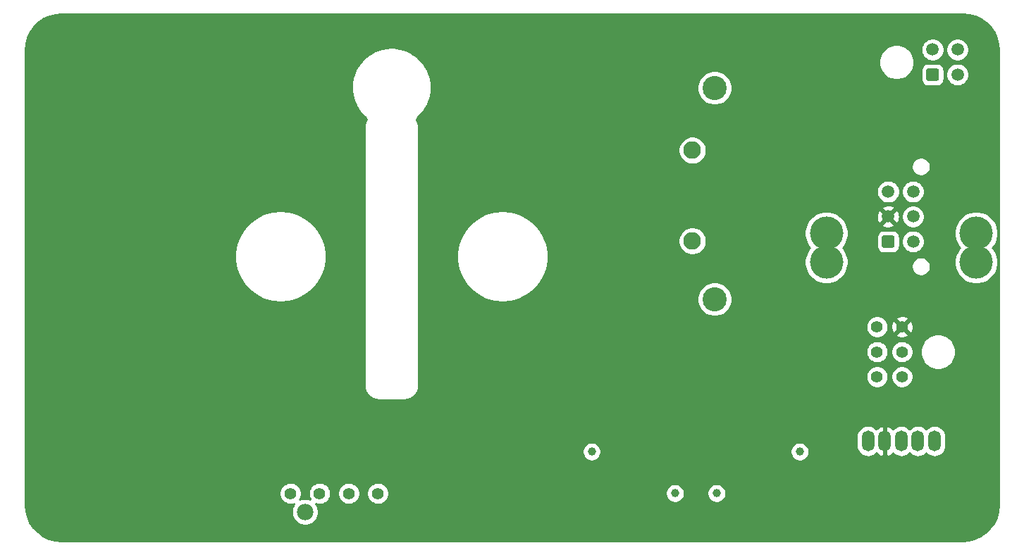
<source format=gbl>
G04 #@! TF.GenerationSoftware,KiCad,Pcbnew,5.1.4-e60b266~84~ubuntu18.04.1*
G04 #@! TF.CreationDate,2020-01-06T17:57:10-05:00*
G04 #@! TF.ProjectId,AIR_MINUS,4149525f-4d49-44e5-9553-2e6b69636164,rev?*
G04 #@! TF.SameCoordinates,Original*
G04 #@! TF.FileFunction,Copper,L2,Bot*
G04 #@! TF.FilePolarity,Positive*
%FSLAX46Y46*%
G04 Gerber Fmt 4.6, Leading zero omitted, Abs format (unit mm)*
G04 Created by KiCad (PCBNEW 5.1.4-e60b266~84~ubuntu18.04.1) date 2020-01-06 17:57:10*
%MOMM*%
%LPD*%
G04 APERTURE LIST*
%ADD10O,1.500000X2.500000*%
%ADD11C,4.000000*%
%ADD12C,1.000000*%
%ADD13C,1.500000*%
%ADD14C,0.100000*%
%ADD15C,1.397000*%
%ADD16C,1.981000*%
%ADD17C,2.900000*%
%ADD18C,2.120000*%
%ADD19C,1.400000*%
%ADD20C,0.254000*%
G04 APERTURE END LIST*
D10*
X135352800Y-169526000D03*
X137352800Y-169526000D03*
X139352800Y-169526000D03*
X141352800Y-169526000D03*
D11*
X130352800Y-148026000D03*
X130352800Y-144526000D03*
X148352800Y-144526000D03*
D10*
X143352800Y-169526000D03*
D11*
X148352800Y-148026000D03*
D12*
X117158800Y-175789600D03*
X112158800Y-175789600D03*
X127158800Y-170789600D03*
X102158800Y-170789600D03*
D13*
X140769600Y-139542000D03*
X140769600Y-142542000D03*
X140769600Y-145542000D03*
X137769600Y-139542000D03*
X137769600Y-142542000D03*
D14*
G36*
X138294104Y-144793204D02*
G01*
X138318373Y-144796804D01*
X138342171Y-144802765D01*
X138365271Y-144811030D01*
X138387449Y-144821520D01*
X138408493Y-144834133D01*
X138428198Y-144848747D01*
X138446377Y-144865223D01*
X138462853Y-144883402D01*
X138477467Y-144903107D01*
X138490080Y-144924151D01*
X138500570Y-144946329D01*
X138508835Y-144969429D01*
X138514796Y-144993227D01*
X138518396Y-145017496D01*
X138519600Y-145042000D01*
X138519600Y-146042000D01*
X138518396Y-146066504D01*
X138514796Y-146090773D01*
X138508835Y-146114571D01*
X138500570Y-146137671D01*
X138490080Y-146159849D01*
X138477467Y-146180893D01*
X138462853Y-146200598D01*
X138446377Y-146218777D01*
X138428198Y-146235253D01*
X138408493Y-146249867D01*
X138387449Y-146262480D01*
X138365271Y-146272970D01*
X138342171Y-146281235D01*
X138318373Y-146287196D01*
X138294104Y-146290796D01*
X138269600Y-146292000D01*
X137269600Y-146292000D01*
X137245096Y-146290796D01*
X137220827Y-146287196D01*
X137197029Y-146281235D01*
X137173929Y-146272970D01*
X137151751Y-146262480D01*
X137130707Y-146249867D01*
X137111002Y-146235253D01*
X137092823Y-146218777D01*
X137076347Y-146200598D01*
X137061733Y-146180893D01*
X137049120Y-146159849D01*
X137038630Y-146137671D01*
X137030365Y-146114571D01*
X137024404Y-146090773D01*
X137020804Y-146066504D01*
X137019600Y-146042000D01*
X137019600Y-145042000D01*
X137020804Y-145017496D01*
X137024404Y-144993227D01*
X137030365Y-144969429D01*
X137038630Y-144946329D01*
X137049120Y-144924151D01*
X137061733Y-144903107D01*
X137076347Y-144883402D01*
X137092823Y-144865223D01*
X137111002Y-144848747D01*
X137130707Y-144834133D01*
X137151751Y-144821520D01*
X137173929Y-144811030D01*
X137197029Y-144802765D01*
X137220827Y-144796804D01*
X137245096Y-144793204D01*
X137269600Y-144792000D01*
X138269600Y-144792000D01*
X138294104Y-144793204D01*
X138294104Y-144793204D01*
G37*
D13*
X137769600Y-145542000D03*
D15*
X76471600Y-175818800D03*
X72971600Y-175818800D03*
D16*
X67721600Y-178048800D03*
D15*
X65971600Y-175818800D03*
X69471600Y-175818800D03*
D13*
X146103600Y-122476000D03*
X146103600Y-125476000D03*
X143103600Y-122476000D03*
D14*
G36*
X143628104Y-124727204D02*
G01*
X143652373Y-124730804D01*
X143676171Y-124736765D01*
X143699271Y-124745030D01*
X143721449Y-124755520D01*
X143742493Y-124768133D01*
X143762198Y-124782747D01*
X143780377Y-124799223D01*
X143796853Y-124817402D01*
X143811467Y-124837107D01*
X143824080Y-124858151D01*
X143834570Y-124880329D01*
X143842835Y-124903429D01*
X143848796Y-124927227D01*
X143852396Y-124951496D01*
X143853600Y-124976000D01*
X143853600Y-125976000D01*
X143852396Y-126000504D01*
X143848796Y-126024773D01*
X143842835Y-126048571D01*
X143834570Y-126071671D01*
X143824080Y-126093849D01*
X143811467Y-126114893D01*
X143796853Y-126134598D01*
X143780377Y-126152777D01*
X143762198Y-126169253D01*
X143742493Y-126183867D01*
X143721449Y-126196480D01*
X143699271Y-126206970D01*
X143676171Y-126215235D01*
X143652373Y-126221196D01*
X143628104Y-126224796D01*
X143603600Y-126226000D01*
X142603600Y-126226000D01*
X142579096Y-126224796D01*
X142554827Y-126221196D01*
X142531029Y-126215235D01*
X142507929Y-126206970D01*
X142485751Y-126196480D01*
X142464707Y-126183867D01*
X142445002Y-126169253D01*
X142426823Y-126152777D01*
X142410347Y-126134598D01*
X142395733Y-126114893D01*
X142383120Y-126093849D01*
X142372630Y-126071671D01*
X142364365Y-126048571D01*
X142358404Y-126024773D01*
X142354804Y-126000504D01*
X142353600Y-125976000D01*
X142353600Y-124976000D01*
X142354804Y-124951496D01*
X142358404Y-124927227D01*
X142364365Y-124903429D01*
X142372630Y-124880329D01*
X142383120Y-124858151D01*
X142395733Y-124837107D01*
X142410347Y-124817402D01*
X142426823Y-124799223D01*
X142445002Y-124782747D01*
X142464707Y-124768133D01*
X142485751Y-124755520D01*
X142507929Y-124745030D01*
X142531029Y-124736765D01*
X142554827Y-124730804D01*
X142579096Y-124727204D01*
X142603600Y-124726000D01*
X143603600Y-124726000D01*
X143628104Y-124727204D01*
X143628104Y-124727204D01*
G37*
D13*
X143103600Y-125476000D03*
D17*
X116919200Y-152476200D03*
X116919200Y-127076200D03*
D18*
X114249200Y-145469200D03*
X114249200Y-134569200D03*
D19*
X139444000Y-155800800D03*
X139444000Y-158800800D03*
X139444000Y-161800800D03*
X136444000Y-155800800D03*
X136444000Y-158800800D03*
X136444000Y-161800800D03*
D20*
G36*
X147519747Y-118280281D02*
G01*
X148250643Y-118480231D01*
X148934575Y-118806450D01*
X149549928Y-119248626D01*
X150077259Y-119792789D01*
X150499886Y-120421726D01*
X150804463Y-121115570D01*
X150982715Y-121858039D01*
X151030001Y-122501963D01*
X151030000Y-177212269D01*
X150959719Y-177999748D01*
X150759769Y-178730643D01*
X150433550Y-179414575D01*
X149991374Y-180029928D01*
X149447211Y-180557259D01*
X148818274Y-180979886D01*
X148124429Y-181284464D01*
X147381961Y-181462714D01*
X146738051Y-181510000D01*
X38431525Y-181510000D01*
X37644046Y-181439719D01*
X36913151Y-181239769D01*
X36229219Y-180913550D01*
X35613866Y-180471374D01*
X35086535Y-179927211D01*
X34663908Y-179298274D01*
X34359330Y-178604429D01*
X34181080Y-177861961D01*
X34133794Y-177218051D01*
X34133794Y-175687462D01*
X64638100Y-175687462D01*
X64638100Y-175950138D01*
X64689346Y-176207768D01*
X64789868Y-176450449D01*
X64935803Y-176668857D01*
X65121543Y-176854597D01*
X65339951Y-177000532D01*
X65582632Y-177101054D01*
X65840262Y-177152300D01*
X66102938Y-177152300D01*
X66360568Y-177101054D01*
X66414940Y-177078532D01*
X66281101Y-177278837D01*
X66158567Y-177574659D01*
X66096100Y-177888702D01*
X66096100Y-178208898D01*
X66158567Y-178522941D01*
X66281101Y-178818763D01*
X66458992Y-179084996D01*
X66685404Y-179311408D01*
X66951637Y-179489299D01*
X67247459Y-179611833D01*
X67561502Y-179674300D01*
X67881698Y-179674300D01*
X68195741Y-179611833D01*
X68491563Y-179489299D01*
X68757796Y-179311408D01*
X68984208Y-179084996D01*
X69162099Y-178818763D01*
X69284633Y-178522941D01*
X69347100Y-178208898D01*
X69347100Y-177888702D01*
X69284633Y-177574659D01*
X69162099Y-177278837D01*
X69028260Y-177078532D01*
X69082632Y-177101054D01*
X69340262Y-177152300D01*
X69602938Y-177152300D01*
X69860568Y-177101054D01*
X70103249Y-177000532D01*
X70321657Y-176854597D01*
X70507397Y-176668857D01*
X70653332Y-176450449D01*
X70753854Y-176207768D01*
X70805100Y-175950138D01*
X70805100Y-175687462D01*
X71638100Y-175687462D01*
X71638100Y-175950138D01*
X71689346Y-176207768D01*
X71789868Y-176450449D01*
X71935803Y-176668857D01*
X72121543Y-176854597D01*
X72339951Y-177000532D01*
X72582632Y-177101054D01*
X72840262Y-177152300D01*
X73102938Y-177152300D01*
X73360568Y-177101054D01*
X73603249Y-177000532D01*
X73821657Y-176854597D01*
X74007397Y-176668857D01*
X74153332Y-176450449D01*
X74253854Y-176207768D01*
X74305100Y-175950138D01*
X74305100Y-175687462D01*
X75138100Y-175687462D01*
X75138100Y-175950138D01*
X75189346Y-176207768D01*
X75289868Y-176450449D01*
X75435803Y-176668857D01*
X75621543Y-176854597D01*
X75839951Y-177000532D01*
X76082632Y-177101054D01*
X76340262Y-177152300D01*
X76602938Y-177152300D01*
X76860568Y-177101054D01*
X77103249Y-177000532D01*
X77321657Y-176854597D01*
X77507397Y-176668857D01*
X77653332Y-176450449D01*
X77753854Y-176207768D01*
X77805100Y-175950138D01*
X77805100Y-175687462D01*
X77803181Y-175677812D01*
X111023800Y-175677812D01*
X111023800Y-175901388D01*
X111067417Y-176120667D01*
X111152976Y-176327224D01*
X111277188Y-176513120D01*
X111435280Y-176671212D01*
X111621176Y-176795424D01*
X111827733Y-176880983D01*
X112047012Y-176924600D01*
X112270588Y-176924600D01*
X112489867Y-176880983D01*
X112696424Y-176795424D01*
X112882320Y-176671212D01*
X113040412Y-176513120D01*
X113164624Y-176327224D01*
X113250183Y-176120667D01*
X113293800Y-175901388D01*
X113293800Y-175677812D01*
X116023800Y-175677812D01*
X116023800Y-175901388D01*
X116067417Y-176120667D01*
X116152976Y-176327224D01*
X116277188Y-176513120D01*
X116435280Y-176671212D01*
X116621176Y-176795424D01*
X116827733Y-176880983D01*
X117047012Y-176924600D01*
X117270588Y-176924600D01*
X117489867Y-176880983D01*
X117696424Y-176795424D01*
X117882320Y-176671212D01*
X118040412Y-176513120D01*
X118164624Y-176327224D01*
X118250183Y-176120667D01*
X118293800Y-175901388D01*
X118293800Y-175677812D01*
X118250183Y-175458533D01*
X118164624Y-175251976D01*
X118040412Y-175066080D01*
X117882320Y-174907988D01*
X117696424Y-174783776D01*
X117489867Y-174698217D01*
X117270588Y-174654600D01*
X117047012Y-174654600D01*
X116827733Y-174698217D01*
X116621176Y-174783776D01*
X116435280Y-174907988D01*
X116277188Y-175066080D01*
X116152976Y-175251976D01*
X116067417Y-175458533D01*
X116023800Y-175677812D01*
X113293800Y-175677812D01*
X113250183Y-175458533D01*
X113164624Y-175251976D01*
X113040412Y-175066080D01*
X112882320Y-174907988D01*
X112696424Y-174783776D01*
X112489867Y-174698217D01*
X112270588Y-174654600D01*
X112047012Y-174654600D01*
X111827733Y-174698217D01*
X111621176Y-174783776D01*
X111435280Y-174907988D01*
X111277188Y-175066080D01*
X111152976Y-175251976D01*
X111067417Y-175458533D01*
X111023800Y-175677812D01*
X77803181Y-175677812D01*
X77753854Y-175429832D01*
X77653332Y-175187151D01*
X77507397Y-174968743D01*
X77321657Y-174783003D01*
X77103249Y-174637068D01*
X76860568Y-174536546D01*
X76602938Y-174485300D01*
X76340262Y-174485300D01*
X76082632Y-174536546D01*
X75839951Y-174637068D01*
X75621543Y-174783003D01*
X75435803Y-174968743D01*
X75289868Y-175187151D01*
X75189346Y-175429832D01*
X75138100Y-175687462D01*
X74305100Y-175687462D01*
X74253854Y-175429832D01*
X74153332Y-175187151D01*
X74007397Y-174968743D01*
X73821657Y-174783003D01*
X73603249Y-174637068D01*
X73360568Y-174536546D01*
X73102938Y-174485300D01*
X72840262Y-174485300D01*
X72582632Y-174536546D01*
X72339951Y-174637068D01*
X72121543Y-174783003D01*
X71935803Y-174968743D01*
X71789868Y-175187151D01*
X71689346Y-175429832D01*
X71638100Y-175687462D01*
X70805100Y-175687462D01*
X70753854Y-175429832D01*
X70653332Y-175187151D01*
X70507397Y-174968743D01*
X70321657Y-174783003D01*
X70103249Y-174637068D01*
X69860568Y-174536546D01*
X69602938Y-174485300D01*
X69340262Y-174485300D01*
X69082632Y-174536546D01*
X68839951Y-174637068D01*
X68621543Y-174783003D01*
X68435803Y-174968743D01*
X68289868Y-175187151D01*
X68189346Y-175429832D01*
X68138100Y-175687462D01*
X68138100Y-175950138D01*
X68189346Y-176207768D01*
X68289868Y-176450449D01*
X68358518Y-176553192D01*
X68195741Y-176485767D01*
X67881698Y-176423300D01*
X67561502Y-176423300D01*
X67247459Y-176485767D01*
X67084682Y-176553192D01*
X67153332Y-176450449D01*
X67253854Y-176207768D01*
X67305100Y-175950138D01*
X67305100Y-175687462D01*
X67253854Y-175429832D01*
X67153332Y-175187151D01*
X67007397Y-174968743D01*
X66821657Y-174783003D01*
X66603249Y-174637068D01*
X66360568Y-174536546D01*
X66102938Y-174485300D01*
X65840262Y-174485300D01*
X65582632Y-174536546D01*
X65339951Y-174637068D01*
X65121543Y-174783003D01*
X64935803Y-174968743D01*
X64789868Y-175187151D01*
X64689346Y-175429832D01*
X64638100Y-175687462D01*
X34133794Y-175687462D01*
X34133794Y-170677812D01*
X101023800Y-170677812D01*
X101023800Y-170901388D01*
X101067417Y-171120667D01*
X101152976Y-171327224D01*
X101277188Y-171513120D01*
X101435280Y-171671212D01*
X101621176Y-171795424D01*
X101827733Y-171880983D01*
X102047012Y-171924600D01*
X102270588Y-171924600D01*
X102489867Y-171880983D01*
X102696424Y-171795424D01*
X102882320Y-171671212D01*
X103040412Y-171513120D01*
X103164624Y-171327224D01*
X103250183Y-171120667D01*
X103293800Y-170901388D01*
X103293800Y-170677812D01*
X126023800Y-170677812D01*
X126023800Y-170901388D01*
X126067417Y-171120667D01*
X126152976Y-171327224D01*
X126277188Y-171513120D01*
X126435280Y-171671212D01*
X126621176Y-171795424D01*
X126827733Y-171880983D01*
X127047012Y-171924600D01*
X127270588Y-171924600D01*
X127489867Y-171880983D01*
X127696424Y-171795424D01*
X127882320Y-171671212D01*
X128040412Y-171513120D01*
X128164624Y-171327224D01*
X128250183Y-171120667D01*
X128293800Y-170901388D01*
X128293800Y-170677812D01*
X128250183Y-170458533D01*
X128164624Y-170251976D01*
X128040412Y-170066080D01*
X127882320Y-169907988D01*
X127696424Y-169783776D01*
X127489867Y-169698217D01*
X127270588Y-169654600D01*
X127047012Y-169654600D01*
X126827733Y-169698217D01*
X126621176Y-169783776D01*
X126435280Y-169907988D01*
X126277188Y-170066080D01*
X126152976Y-170251976D01*
X126067417Y-170458533D01*
X126023800Y-170677812D01*
X103293800Y-170677812D01*
X103250183Y-170458533D01*
X103164624Y-170251976D01*
X103040412Y-170066080D01*
X102882320Y-169907988D01*
X102696424Y-169783776D01*
X102489867Y-169698217D01*
X102270588Y-169654600D01*
X102047012Y-169654600D01*
X101827733Y-169698217D01*
X101621176Y-169783776D01*
X101435280Y-169907988D01*
X101277188Y-170066080D01*
X101152976Y-170251976D01*
X101067417Y-170458533D01*
X101023800Y-170677812D01*
X34133794Y-170677812D01*
X34133794Y-168957963D01*
X133967800Y-168957963D01*
X133967800Y-170094036D01*
X133987840Y-170297506D01*
X134067036Y-170558580D01*
X134195643Y-170799187D01*
X134368719Y-171010080D01*
X134579612Y-171183157D01*
X134820219Y-171311764D01*
X135081293Y-171390960D01*
X135352800Y-171417701D01*
X135624306Y-171390960D01*
X135885380Y-171311764D01*
X136125987Y-171183157D01*
X136336880Y-171010081D01*
X136356158Y-170986591D01*
X136463260Y-171095145D01*
X136688932Y-171248142D01*
X136940116Y-171354173D01*
X137011615Y-171368318D01*
X137225800Y-171245656D01*
X137225800Y-169653000D01*
X137205800Y-169653000D01*
X137205800Y-169399000D01*
X137225800Y-169399000D01*
X137225800Y-167806344D01*
X137479800Y-167806344D01*
X137479800Y-169399000D01*
X137499800Y-169399000D01*
X137499800Y-169653000D01*
X137479800Y-169653000D01*
X137479800Y-171245656D01*
X137693985Y-171368318D01*
X137765484Y-171354173D01*
X138016668Y-171248142D01*
X138242340Y-171095145D01*
X138349442Y-170986591D01*
X138368719Y-171010080D01*
X138579612Y-171183157D01*
X138820219Y-171311764D01*
X139081293Y-171390960D01*
X139352800Y-171417701D01*
X139624306Y-171390960D01*
X139885380Y-171311764D01*
X140125987Y-171183157D01*
X140336880Y-171010081D01*
X140352800Y-170990683D01*
X140368719Y-171010080D01*
X140579612Y-171183157D01*
X140820219Y-171311764D01*
X141081293Y-171390960D01*
X141352800Y-171417701D01*
X141624306Y-171390960D01*
X141885380Y-171311764D01*
X142125987Y-171183157D01*
X142336880Y-171010081D01*
X142352800Y-170990683D01*
X142368719Y-171010080D01*
X142579612Y-171183157D01*
X142820219Y-171311764D01*
X143081293Y-171390960D01*
X143352800Y-171417701D01*
X143624306Y-171390960D01*
X143885380Y-171311764D01*
X144125987Y-171183157D01*
X144336880Y-171010081D01*
X144509957Y-170799188D01*
X144638564Y-170558581D01*
X144717760Y-170297507D01*
X144737800Y-170094037D01*
X144737800Y-168957963D01*
X144717760Y-168754493D01*
X144638564Y-168493419D01*
X144509957Y-168252812D01*
X144336881Y-168041919D01*
X144125988Y-167868843D01*
X143885381Y-167740236D01*
X143624307Y-167661040D01*
X143352800Y-167634299D01*
X143081294Y-167661040D01*
X142820220Y-167740236D01*
X142579613Y-167868843D01*
X142368720Y-168041919D01*
X142352800Y-168061317D01*
X142336881Y-168041919D01*
X142125988Y-167868843D01*
X141885381Y-167740236D01*
X141624307Y-167661040D01*
X141352800Y-167634299D01*
X141081294Y-167661040D01*
X140820220Y-167740236D01*
X140579613Y-167868843D01*
X140368720Y-168041919D01*
X140352800Y-168061317D01*
X140336881Y-168041919D01*
X140125988Y-167868843D01*
X139885381Y-167740236D01*
X139624307Y-167661040D01*
X139352800Y-167634299D01*
X139081294Y-167661040D01*
X138820220Y-167740236D01*
X138579613Y-167868843D01*
X138368720Y-168041919D01*
X138349442Y-168065409D01*
X138242340Y-167956855D01*
X138016668Y-167803858D01*
X137765484Y-167697827D01*
X137693985Y-167683682D01*
X137479800Y-167806344D01*
X137225800Y-167806344D01*
X137011615Y-167683682D01*
X136940116Y-167697827D01*
X136688932Y-167803858D01*
X136463260Y-167956855D01*
X136356158Y-168065409D01*
X136336881Y-168041919D01*
X136125988Y-167868843D01*
X135885381Y-167740236D01*
X135624307Y-167661040D01*
X135352800Y-167634299D01*
X135081294Y-167661040D01*
X134820220Y-167740236D01*
X134579613Y-167868843D01*
X134368720Y-168041919D01*
X134195643Y-168252812D01*
X134067036Y-168493419D01*
X133987840Y-168754493D01*
X133967800Y-168957963D01*
X34133794Y-168957963D01*
X34133794Y-146810955D01*
X59276534Y-146810955D01*
X59276534Y-147829045D01*
X59463607Y-148829799D01*
X59831383Y-149779139D01*
X60367338Y-150644736D01*
X61053220Y-151397113D01*
X61865673Y-152010649D01*
X62777029Y-152464450D01*
X63756254Y-152743064D01*
X64770000Y-152837001D01*
X65783746Y-152743064D01*
X66762971Y-152464450D01*
X67674327Y-152010649D01*
X68486780Y-151397113D01*
X69172662Y-150644736D01*
X69708617Y-149779139D01*
X70076393Y-148829799D01*
X70263466Y-147829045D01*
X70263466Y-146810955D01*
X70076393Y-145810201D01*
X69708617Y-144860861D01*
X69172662Y-143995264D01*
X68486780Y-143242887D01*
X67674327Y-142629351D01*
X66762971Y-142175550D01*
X65783746Y-141896936D01*
X64770000Y-141802999D01*
X63756254Y-141896936D01*
X62777029Y-142175550D01*
X61865673Y-142629351D01*
X61053220Y-143242887D01*
X60367338Y-143995264D01*
X59831383Y-144860861D01*
X59463607Y-145810201D01*
X59276534Y-146810955D01*
X34133794Y-146810955D01*
X34133794Y-127316576D01*
X73318358Y-127316576D01*
X73323749Y-127382994D01*
X73328210Y-127449441D01*
X73329964Y-127459552D01*
X73471008Y-128240276D01*
X73489207Y-128304415D01*
X73506480Y-128368697D01*
X73510164Y-128378275D01*
X73800166Y-129116736D01*
X73830468Y-129176102D01*
X73859906Y-129235822D01*
X73865380Y-129244502D01*
X74293294Y-129912570D01*
X74334553Y-129964925D01*
X74375026Y-130017784D01*
X74382082Y-130025236D01*
X74931608Y-130597465D01*
X74931614Y-130597470D01*
X75016872Y-130686250D01*
X75044399Y-130729227D01*
X75063052Y-130776725D01*
X75072124Y-130826941D01*
X75071270Y-130877967D01*
X75060377Y-130928523D01*
X75018832Y-131025203D01*
X74977461Y-131111653D01*
X74959997Y-131159706D01*
X74939859Y-131206690D01*
X74936824Y-131216493D01*
X74880415Y-131403329D01*
X74867467Y-131468721D01*
X74853626Y-131533837D01*
X74852553Y-131544043D01*
X74833508Y-131738277D01*
X74830000Y-131773896D01*
X74830001Y-162866105D01*
X74833093Y-162897495D01*
X74833050Y-162903598D01*
X74834051Y-162913812D01*
X74854452Y-163107908D01*
X74867844Y-163173149D01*
X74880329Y-163238598D01*
X74883295Y-163248423D01*
X74941007Y-163434861D01*
X74966831Y-163496293D01*
X74991777Y-163558037D01*
X74996595Y-163567099D01*
X75089420Y-163738775D01*
X75126657Y-163793982D01*
X75163150Y-163849748D01*
X75169636Y-163857701D01*
X75294039Y-164008078D01*
X75341346Y-164055056D01*
X75387917Y-164102613D01*
X75395824Y-164109155D01*
X75547066Y-164232505D01*
X75602559Y-164269374D01*
X75657520Y-164307007D01*
X75666547Y-164311888D01*
X75838869Y-164403513D01*
X75900508Y-164428919D01*
X75961689Y-164455141D01*
X75971492Y-164458176D01*
X76158328Y-164514585D01*
X76223720Y-164527533D01*
X76288836Y-164541374D01*
X76299042Y-164542447D01*
X76493275Y-164561492D01*
X76493287Y-164561492D01*
X76528895Y-164564999D01*
X79681105Y-164564999D01*
X79712495Y-164561907D01*
X79718598Y-164561950D01*
X79728812Y-164560949D01*
X79922908Y-164540548D01*
X79988149Y-164527156D01*
X80053598Y-164514671D01*
X80063423Y-164511705D01*
X80249861Y-164453993D01*
X80311293Y-164428169D01*
X80373037Y-164403223D01*
X80382099Y-164398405D01*
X80553775Y-164305580D01*
X80608982Y-164268343D01*
X80664748Y-164231850D01*
X80672701Y-164225364D01*
X80823078Y-164100961D01*
X80870056Y-164053654D01*
X80917613Y-164007083D01*
X80924155Y-163999176D01*
X81047505Y-163847934D01*
X81084374Y-163792441D01*
X81122007Y-163737480D01*
X81126888Y-163728453D01*
X81218513Y-163556131D01*
X81243919Y-163494492D01*
X81270141Y-163433311D01*
X81273176Y-163423508D01*
X81329585Y-163236672D01*
X81342533Y-163171280D01*
X81356374Y-163106164D01*
X81357447Y-163095958D01*
X81376492Y-162901725D01*
X81376492Y-162901723D01*
X81380000Y-162866105D01*
X81380000Y-161669314D01*
X135109000Y-161669314D01*
X135109000Y-161932286D01*
X135160304Y-162190205D01*
X135260939Y-162433159D01*
X135407038Y-162651813D01*
X135592987Y-162837762D01*
X135811641Y-162983861D01*
X136054595Y-163084496D01*
X136312514Y-163135800D01*
X136575486Y-163135800D01*
X136833405Y-163084496D01*
X137076359Y-162983861D01*
X137295013Y-162837762D01*
X137480962Y-162651813D01*
X137627061Y-162433159D01*
X137727696Y-162190205D01*
X137779000Y-161932286D01*
X137779000Y-161669314D01*
X138109000Y-161669314D01*
X138109000Y-161932286D01*
X138160304Y-162190205D01*
X138260939Y-162433159D01*
X138407038Y-162651813D01*
X138592987Y-162837762D01*
X138811641Y-162983861D01*
X139054595Y-163084496D01*
X139312514Y-163135800D01*
X139575486Y-163135800D01*
X139833405Y-163084496D01*
X140076359Y-162983861D01*
X140295013Y-162837762D01*
X140480962Y-162651813D01*
X140627061Y-162433159D01*
X140727696Y-162190205D01*
X140779000Y-161932286D01*
X140779000Y-161669314D01*
X140727696Y-161411395D01*
X140627061Y-161168441D01*
X140480962Y-160949787D01*
X140295013Y-160763838D01*
X140076359Y-160617739D01*
X139833405Y-160517104D01*
X139575486Y-160465800D01*
X139312514Y-160465800D01*
X139054595Y-160517104D01*
X138811641Y-160617739D01*
X138592987Y-160763838D01*
X138407038Y-160949787D01*
X138260939Y-161168441D01*
X138160304Y-161411395D01*
X138109000Y-161669314D01*
X137779000Y-161669314D01*
X137727696Y-161411395D01*
X137627061Y-161168441D01*
X137480962Y-160949787D01*
X137295013Y-160763838D01*
X137076359Y-160617739D01*
X136833405Y-160517104D01*
X136575486Y-160465800D01*
X136312514Y-160465800D01*
X136054595Y-160517104D01*
X135811641Y-160617739D01*
X135592987Y-160763838D01*
X135407038Y-160949787D01*
X135260939Y-161168441D01*
X135160304Y-161411395D01*
X135109000Y-161669314D01*
X81380000Y-161669314D01*
X81380000Y-158669314D01*
X135109000Y-158669314D01*
X135109000Y-158932286D01*
X135160304Y-159190205D01*
X135260939Y-159433159D01*
X135407038Y-159651813D01*
X135592987Y-159837762D01*
X135811641Y-159983861D01*
X136054595Y-160084496D01*
X136312514Y-160135800D01*
X136575486Y-160135800D01*
X136833405Y-160084496D01*
X137076359Y-159983861D01*
X137295013Y-159837762D01*
X137480962Y-159651813D01*
X137627061Y-159433159D01*
X137727696Y-159190205D01*
X137779000Y-158932286D01*
X137779000Y-158669314D01*
X138109000Y-158669314D01*
X138109000Y-158932286D01*
X138160304Y-159190205D01*
X138260939Y-159433159D01*
X138407038Y-159651813D01*
X138592987Y-159837762D01*
X138811641Y-159983861D01*
X139054595Y-160084496D01*
X139312514Y-160135800D01*
X139575486Y-160135800D01*
X139833405Y-160084496D01*
X140076359Y-159983861D01*
X140295013Y-159837762D01*
X140480962Y-159651813D01*
X140627061Y-159433159D01*
X140727696Y-159190205D01*
X140779000Y-158932286D01*
X140779000Y-158669314D01*
X140763327Y-158590521D01*
X141629000Y-158590521D01*
X141629000Y-159011079D01*
X141711047Y-159423556D01*
X141871988Y-159812102D01*
X142105637Y-160161783D01*
X142403017Y-160459163D01*
X142752698Y-160692812D01*
X143141244Y-160853753D01*
X143553721Y-160935800D01*
X143974279Y-160935800D01*
X144386756Y-160853753D01*
X144775302Y-160692812D01*
X145124983Y-160459163D01*
X145422363Y-160161783D01*
X145656012Y-159812102D01*
X145816953Y-159423556D01*
X145899000Y-159011079D01*
X145899000Y-158590521D01*
X145816953Y-158178044D01*
X145656012Y-157789498D01*
X145422363Y-157439817D01*
X145124983Y-157142437D01*
X144775302Y-156908788D01*
X144386756Y-156747847D01*
X143974279Y-156665800D01*
X143553721Y-156665800D01*
X143141244Y-156747847D01*
X142752698Y-156908788D01*
X142403017Y-157142437D01*
X142105637Y-157439817D01*
X141871988Y-157789498D01*
X141711047Y-158178044D01*
X141629000Y-158590521D01*
X140763327Y-158590521D01*
X140727696Y-158411395D01*
X140627061Y-158168441D01*
X140480962Y-157949787D01*
X140295013Y-157763838D01*
X140076359Y-157617739D01*
X139833405Y-157517104D01*
X139575486Y-157465800D01*
X139312514Y-157465800D01*
X139054595Y-157517104D01*
X138811641Y-157617739D01*
X138592987Y-157763838D01*
X138407038Y-157949787D01*
X138260939Y-158168441D01*
X138160304Y-158411395D01*
X138109000Y-158669314D01*
X137779000Y-158669314D01*
X137727696Y-158411395D01*
X137627061Y-158168441D01*
X137480962Y-157949787D01*
X137295013Y-157763838D01*
X137076359Y-157617739D01*
X136833405Y-157517104D01*
X136575486Y-157465800D01*
X136312514Y-157465800D01*
X136054595Y-157517104D01*
X135811641Y-157617739D01*
X135592987Y-157763838D01*
X135407038Y-157949787D01*
X135260939Y-158168441D01*
X135160304Y-158411395D01*
X135109000Y-158669314D01*
X81380000Y-158669314D01*
X81380000Y-155669314D01*
X135109000Y-155669314D01*
X135109000Y-155932286D01*
X135160304Y-156190205D01*
X135260939Y-156433159D01*
X135407038Y-156651813D01*
X135592987Y-156837762D01*
X135811641Y-156983861D01*
X136054595Y-157084496D01*
X136312514Y-157135800D01*
X136575486Y-157135800D01*
X136833405Y-157084496D01*
X137076359Y-156983861D01*
X137295013Y-156837762D01*
X137410706Y-156722069D01*
X138702336Y-156722069D01*
X138761797Y-156955837D01*
X139000242Y-157066734D01*
X139255740Y-157128983D01*
X139518473Y-157140190D01*
X139778344Y-157099925D01*
X140025366Y-157009735D01*
X140126203Y-156955837D01*
X140185664Y-156722069D01*
X139444000Y-155980405D01*
X138702336Y-156722069D01*
X137410706Y-156722069D01*
X137480962Y-156651813D01*
X137627061Y-156433159D01*
X137727696Y-156190205D01*
X137779000Y-155932286D01*
X137779000Y-155875273D01*
X138104610Y-155875273D01*
X138144875Y-156135144D01*
X138235065Y-156382166D01*
X138288963Y-156483003D01*
X138522731Y-156542464D01*
X139264395Y-155800800D01*
X139623605Y-155800800D01*
X140365269Y-156542464D01*
X140599037Y-156483003D01*
X140709934Y-156244558D01*
X140772183Y-155989060D01*
X140783390Y-155726327D01*
X140743125Y-155466456D01*
X140652935Y-155219434D01*
X140599037Y-155118597D01*
X140365269Y-155059136D01*
X139623605Y-155800800D01*
X139264395Y-155800800D01*
X138522731Y-155059136D01*
X138288963Y-155118597D01*
X138178066Y-155357042D01*
X138115817Y-155612540D01*
X138104610Y-155875273D01*
X137779000Y-155875273D01*
X137779000Y-155669314D01*
X137727696Y-155411395D01*
X137627061Y-155168441D01*
X137480962Y-154949787D01*
X137410706Y-154879531D01*
X138702336Y-154879531D01*
X139444000Y-155621195D01*
X140185664Y-154879531D01*
X140126203Y-154645763D01*
X139887758Y-154534866D01*
X139632260Y-154472617D01*
X139369527Y-154461410D01*
X139109656Y-154501675D01*
X138862634Y-154591865D01*
X138761797Y-154645763D01*
X138702336Y-154879531D01*
X137410706Y-154879531D01*
X137295013Y-154763838D01*
X137076359Y-154617739D01*
X136833405Y-154517104D01*
X136575486Y-154465800D01*
X136312514Y-154465800D01*
X136054595Y-154517104D01*
X135811641Y-154617739D01*
X135592987Y-154763838D01*
X135407038Y-154949787D01*
X135260939Y-155168441D01*
X135160304Y-155411395D01*
X135109000Y-155669314D01*
X81380000Y-155669314D01*
X81380000Y-146810955D01*
X85946535Y-146810955D01*
X85946535Y-147829045D01*
X86133608Y-148829799D01*
X86501384Y-149779139D01*
X87037339Y-150644735D01*
X87723221Y-151397112D01*
X88535674Y-152010648D01*
X89447030Y-152464449D01*
X90426254Y-152743063D01*
X91440000Y-152837000D01*
X92453746Y-152743063D01*
X93432970Y-152464449D01*
X93821779Y-152270845D01*
X114834200Y-152270845D01*
X114834200Y-152681555D01*
X114914326Y-153084372D01*
X115071497Y-153463818D01*
X115299675Y-153805310D01*
X115590090Y-154095725D01*
X115931582Y-154323903D01*
X116311028Y-154481074D01*
X116713845Y-154561200D01*
X117124555Y-154561200D01*
X117527372Y-154481074D01*
X117906818Y-154323903D01*
X118248310Y-154095725D01*
X118538725Y-153805310D01*
X118766903Y-153463818D01*
X118924074Y-153084372D01*
X119004200Y-152681555D01*
X119004200Y-152270845D01*
X118924074Y-151868028D01*
X118766903Y-151488582D01*
X118538725Y-151147090D01*
X118248310Y-150856675D01*
X117906818Y-150628497D01*
X117527372Y-150471326D01*
X117124555Y-150391200D01*
X116713845Y-150391200D01*
X116311028Y-150471326D01*
X115931582Y-150628497D01*
X115590090Y-150856675D01*
X115299675Y-151147090D01*
X115071497Y-151488582D01*
X114914326Y-151868028D01*
X114834200Y-152270845D01*
X93821779Y-152270845D01*
X94344326Y-152010648D01*
X95156779Y-151397112D01*
X95842661Y-150644735D01*
X96378616Y-149779139D01*
X96746392Y-148829799D01*
X96933465Y-147829045D01*
X96933465Y-146810955D01*
X96746392Y-145810201D01*
X96549614Y-145302257D01*
X112554200Y-145302257D01*
X112554200Y-145636143D01*
X112619338Y-145963613D01*
X112747111Y-146272083D01*
X112932608Y-146549699D01*
X113168701Y-146785792D01*
X113446317Y-146971289D01*
X113754787Y-147099062D01*
X114082257Y-147164200D01*
X114416143Y-147164200D01*
X114743613Y-147099062D01*
X115052083Y-146971289D01*
X115329699Y-146785792D01*
X115565792Y-146549699D01*
X115751289Y-146272083D01*
X115879062Y-145963613D01*
X115944200Y-145636143D01*
X115944200Y-145302257D01*
X115879062Y-144974787D01*
X115751289Y-144666317D01*
X115565792Y-144388701D01*
X115443566Y-144266475D01*
X127717800Y-144266475D01*
X127717800Y-144785525D01*
X127819061Y-145294601D01*
X128017693Y-145774141D01*
X128306062Y-146205715D01*
X128376347Y-146276000D01*
X128306062Y-146346285D01*
X128017693Y-146777859D01*
X127819061Y-147257399D01*
X127717800Y-147766475D01*
X127717800Y-148285525D01*
X127819061Y-148794601D01*
X128017693Y-149274141D01*
X128306062Y-149705715D01*
X128673085Y-150072738D01*
X129104659Y-150361107D01*
X129584199Y-150559739D01*
X130093275Y-150661000D01*
X130612325Y-150661000D01*
X131121401Y-150559739D01*
X131600941Y-150361107D01*
X132032515Y-150072738D01*
X132399538Y-149705715D01*
X132687907Y-149274141D01*
X132886539Y-148794601D01*
X132959020Y-148430212D01*
X140574600Y-148430212D01*
X140574600Y-148653788D01*
X140618217Y-148873067D01*
X140703776Y-149079624D01*
X140827988Y-149265520D01*
X140986080Y-149423612D01*
X141171976Y-149547824D01*
X141378533Y-149633383D01*
X141597812Y-149677000D01*
X141821388Y-149677000D01*
X142040667Y-149633383D01*
X142247224Y-149547824D01*
X142433120Y-149423612D01*
X142591212Y-149265520D01*
X142715424Y-149079624D01*
X142800983Y-148873067D01*
X142844600Y-148653788D01*
X142844600Y-148430212D01*
X142800983Y-148210933D01*
X142715424Y-148004376D01*
X142591212Y-147818480D01*
X142433120Y-147660388D01*
X142247224Y-147536176D01*
X142040667Y-147450617D01*
X141821388Y-147407000D01*
X141597812Y-147407000D01*
X141378533Y-147450617D01*
X141171976Y-147536176D01*
X140986080Y-147660388D01*
X140827988Y-147818480D01*
X140703776Y-148004376D01*
X140618217Y-148210933D01*
X140574600Y-148430212D01*
X132959020Y-148430212D01*
X132987800Y-148285525D01*
X132987800Y-147766475D01*
X132886539Y-147257399D01*
X132687907Y-146777859D01*
X132399538Y-146346285D01*
X132329253Y-146276000D01*
X132399538Y-146205715D01*
X132687907Y-145774141D01*
X132886539Y-145294601D01*
X132936784Y-145042000D01*
X136381528Y-145042000D01*
X136381528Y-146042000D01*
X136398592Y-146215254D01*
X136449128Y-146381850D01*
X136531195Y-146535386D01*
X136641638Y-146669962D01*
X136776214Y-146780405D01*
X136929750Y-146862472D01*
X137096346Y-146913008D01*
X137269600Y-146930072D01*
X138269600Y-146930072D01*
X138442854Y-146913008D01*
X138609450Y-146862472D01*
X138762986Y-146780405D01*
X138897562Y-146669962D01*
X139008005Y-146535386D01*
X139090072Y-146381850D01*
X139140608Y-146215254D01*
X139157672Y-146042000D01*
X139157672Y-145405589D01*
X139384600Y-145405589D01*
X139384600Y-145678411D01*
X139437825Y-145945989D01*
X139542229Y-146198043D01*
X139693801Y-146424886D01*
X139886714Y-146617799D01*
X140113557Y-146769371D01*
X140365611Y-146873775D01*
X140633189Y-146927000D01*
X140906011Y-146927000D01*
X141173589Y-146873775D01*
X141425643Y-146769371D01*
X141652486Y-146617799D01*
X141845399Y-146424886D01*
X141996971Y-146198043D01*
X142101375Y-145945989D01*
X142154600Y-145678411D01*
X142154600Y-145405589D01*
X142101375Y-145138011D01*
X141996971Y-144885957D01*
X141845399Y-144659114D01*
X141652486Y-144466201D01*
X141425643Y-144314629D01*
X141309389Y-144266475D01*
X145717800Y-144266475D01*
X145717800Y-144785525D01*
X145819061Y-145294601D01*
X146017693Y-145774141D01*
X146306062Y-146205715D01*
X146376347Y-146276000D01*
X146306062Y-146346285D01*
X146017693Y-146777859D01*
X145819061Y-147257399D01*
X145717800Y-147766475D01*
X145717800Y-148285525D01*
X145819061Y-148794601D01*
X146017693Y-149274141D01*
X146306062Y-149705715D01*
X146673085Y-150072738D01*
X147104659Y-150361107D01*
X147584199Y-150559739D01*
X148093275Y-150661000D01*
X148612325Y-150661000D01*
X149121401Y-150559739D01*
X149600941Y-150361107D01*
X150032515Y-150072738D01*
X150399538Y-149705715D01*
X150687907Y-149274141D01*
X150886539Y-148794601D01*
X150987800Y-148285525D01*
X150987800Y-147766475D01*
X150886539Y-147257399D01*
X150687907Y-146777859D01*
X150399538Y-146346285D01*
X150329253Y-146276000D01*
X150399538Y-146205715D01*
X150687907Y-145774141D01*
X150886539Y-145294601D01*
X150987800Y-144785525D01*
X150987800Y-144266475D01*
X150886539Y-143757399D01*
X150687907Y-143277859D01*
X150399538Y-142846285D01*
X150032515Y-142479262D01*
X149600941Y-142190893D01*
X149121401Y-141992261D01*
X148612325Y-141891000D01*
X148093275Y-141891000D01*
X147584199Y-141992261D01*
X147104659Y-142190893D01*
X146673085Y-142479262D01*
X146306062Y-142846285D01*
X146017693Y-143277859D01*
X145819061Y-143757399D01*
X145717800Y-144266475D01*
X141309389Y-144266475D01*
X141173589Y-144210225D01*
X140906011Y-144157000D01*
X140633189Y-144157000D01*
X140365611Y-144210225D01*
X140113557Y-144314629D01*
X139886714Y-144466201D01*
X139693801Y-144659114D01*
X139542229Y-144885957D01*
X139437825Y-145138011D01*
X139384600Y-145405589D01*
X139157672Y-145405589D01*
X139157672Y-145042000D01*
X139140608Y-144868746D01*
X139090072Y-144702150D01*
X139008005Y-144548614D01*
X138897562Y-144414038D01*
X138762986Y-144303595D01*
X138609450Y-144221528D01*
X138442854Y-144170992D01*
X138269600Y-144153928D01*
X137269600Y-144153928D01*
X137096346Y-144170992D01*
X136929750Y-144221528D01*
X136776214Y-144303595D01*
X136641638Y-144414038D01*
X136531195Y-144548614D01*
X136449128Y-144702150D01*
X136398592Y-144868746D01*
X136381528Y-145042000D01*
X132936784Y-145042000D01*
X132987800Y-144785525D01*
X132987800Y-144266475D01*
X132886539Y-143757399D01*
X132779504Y-143498993D01*
X136992212Y-143498993D01*
X137057737Y-143737860D01*
X137304716Y-143853760D01*
X137569560Y-143919250D01*
X137842092Y-143931812D01*
X138111838Y-143890965D01*
X138368432Y-143798277D01*
X138481463Y-143737860D01*
X138546988Y-143498993D01*
X137769600Y-142721605D01*
X136992212Y-143498993D01*
X132779504Y-143498993D01*
X132687907Y-143277859D01*
X132399538Y-142846285D01*
X132167745Y-142614492D01*
X136379788Y-142614492D01*
X136420635Y-142884238D01*
X136513323Y-143140832D01*
X136573740Y-143253863D01*
X136812607Y-143319388D01*
X137589995Y-142542000D01*
X137949205Y-142542000D01*
X138726593Y-143319388D01*
X138965460Y-143253863D01*
X139081360Y-143006884D01*
X139146850Y-142742040D01*
X139159412Y-142469508D01*
X139149733Y-142405589D01*
X139384600Y-142405589D01*
X139384600Y-142678411D01*
X139437825Y-142945989D01*
X139542229Y-143198043D01*
X139693801Y-143424886D01*
X139886714Y-143617799D01*
X140113557Y-143769371D01*
X140365611Y-143873775D01*
X140633189Y-143927000D01*
X140906011Y-143927000D01*
X141173589Y-143873775D01*
X141425643Y-143769371D01*
X141652486Y-143617799D01*
X141845399Y-143424886D01*
X141996971Y-143198043D01*
X142101375Y-142945989D01*
X142154600Y-142678411D01*
X142154600Y-142405589D01*
X142101375Y-142138011D01*
X141996971Y-141885957D01*
X141845399Y-141659114D01*
X141652486Y-141466201D01*
X141425643Y-141314629D01*
X141173589Y-141210225D01*
X140906011Y-141157000D01*
X140633189Y-141157000D01*
X140365611Y-141210225D01*
X140113557Y-141314629D01*
X139886714Y-141466201D01*
X139693801Y-141659114D01*
X139542229Y-141885957D01*
X139437825Y-142138011D01*
X139384600Y-142405589D01*
X139149733Y-142405589D01*
X139118565Y-142199762D01*
X139025877Y-141943168D01*
X138965460Y-141830137D01*
X138726593Y-141764612D01*
X137949205Y-142542000D01*
X137589995Y-142542000D01*
X136812607Y-141764612D01*
X136573740Y-141830137D01*
X136457840Y-142077116D01*
X136392350Y-142341960D01*
X136379788Y-142614492D01*
X132167745Y-142614492D01*
X132032515Y-142479262D01*
X131600941Y-142190893D01*
X131121401Y-141992261D01*
X130612325Y-141891000D01*
X130093275Y-141891000D01*
X129584199Y-141992261D01*
X129104659Y-142190893D01*
X128673085Y-142479262D01*
X128306062Y-142846285D01*
X128017693Y-143277859D01*
X127819061Y-143757399D01*
X127717800Y-144266475D01*
X115443566Y-144266475D01*
X115329699Y-144152608D01*
X115052083Y-143967111D01*
X114743613Y-143839338D01*
X114416143Y-143774200D01*
X114082257Y-143774200D01*
X113754787Y-143839338D01*
X113446317Y-143967111D01*
X113168701Y-144152608D01*
X112932608Y-144388701D01*
X112747111Y-144666317D01*
X112619338Y-144974787D01*
X112554200Y-145302257D01*
X96549614Y-145302257D01*
X96378616Y-144860861D01*
X95842661Y-143995265D01*
X95156779Y-143242888D01*
X94344326Y-142629352D01*
X93432970Y-142175551D01*
X92453746Y-141896937D01*
X91440000Y-141803000D01*
X90426254Y-141896937D01*
X89447030Y-142175551D01*
X88535674Y-142629352D01*
X87723221Y-143242888D01*
X87037339Y-143995265D01*
X86501384Y-144860861D01*
X86133608Y-145810201D01*
X85946535Y-146810955D01*
X81380000Y-146810955D01*
X81380000Y-141585007D01*
X136992212Y-141585007D01*
X137769600Y-142362395D01*
X138546988Y-141585007D01*
X138481463Y-141346140D01*
X138234484Y-141230240D01*
X137969640Y-141164750D01*
X137697108Y-141152188D01*
X137427362Y-141193035D01*
X137170768Y-141285723D01*
X137057737Y-141346140D01*
X136992212Y-141585007D01*
X81380000Y-141585007D01*
X81380000Y-139405589D01*
X136384600Y-139405589D01*
X136384600Y-139678411D01*
X136437825Y-139945989D01*
X136542229Y-140198043D01*
X136693801Y-140424886D01*
X136886714Y-140617799D01*
X137113557Y-140769371D01*
X137365611Y-140873775D01*
X137633189Y-140927000D01*
X137906011Y-140927000D01*
X138173589Y-140873775D01*
X138425643Y-140769371D01*
X138652486Y-140617799D01*
X138845399Y-140424886D01*
X138996971Y-140198043D01*
X139101375Y-139945989D01*
X139154600Y-139678411D01*
X139154600Y-139405589D01*
X139384600Y-139405589D01*
X139384600Y-139678411D01*
X139437825Y-139945989D01*
X139542229Y-140198043D01*
X139693801Y-140424886D01*
X139886714Y-140617799D01*
X140113557Y-140769371D01*
X140365611Y-140873775D01*
X140633189Y-140927000D01*
X140906011Y-140927000D01*
X141173589Y-140873775D01*
X141425643Y-140769371D01*
X141652486Y-140617799D01*
X141845399Y-140424886D01*
X141996971Y-140198043D01*
X142101375Y-139945989D01*
X142154600Y-139678411D01*
X142154600Y-139405589D01*
X142101375Y-139138011D01*
X141996971Y-138885957D01*
X141845399Y-138659114D01*
X141652486Y-138466201D01*
X141425643Y-138314629D01*
X141173589Y-138210225D01*
X140906011Y-138157000D01*
X140633189Y-138157000D01*
X140365611Y-138210225D01*
X140113557Y-138314629D01*
X139886714Y-138466201D01*
X139693801Y-138659114D01*
X139542229Y-138885957D01*
X139437825Y-139138011D01*
X139384600Y-139405589D01*
X139154600Y-139405589D01*
X139101375Y-139138011D01*
X138996971Y-138885957D01*
X138845399Y-138659114D01*
X138652486Y-138466201D01*
X138425643Y-138314629D01*
X138173589Y-138210225D01*
X137906011Y-138157000D01*
X137633189Y-138157000D01*
X137365611Y-138210225D01*
X137113557Y-138314629D01*
X136886714Y-138466201D01*
X136693801Y-138659114D01*
X136542229Y-138885957D01*
X136437825Y-139138011D01*
X136384600Y-139405589D01*
X81380000Y-139405589D01*
X81380000Y-136430212D01*
X140574600Y-136430212D01*
X140574600Y-136653788D01*
X140618217Y-136873067D01*
X140703776Y-137079624D01*
X140827988Y-137265520D01*
X140986080Y-137423612D01*
X141171976Y-137547824D01*
X141378533Y-137633383D01*
X141597812Y-137677000D01*
X141821388Y-137677000D01*
X142040667Y-137633383D01*
X142247224Y-137547824D01*
X142433120Y-137423612D01*
X142591212Y-137265520D01*
X142715424Y-137079624D01*
X142800983Y-136873067D01*
X142844600Y-136653788D01*
X142844600Y-136430212D01*
X142800983Y-136210933D01*
X142715424Y-136004376D01*
X142591212Y-135818480D01*
X142433120Y-135660388D01*
X142247224Y-135536176D01*
X142040667Y-135450617D01*
X141821388Y-135407000D01*
X141597812Y-135407000D01*
X141378533Y-135450617D01*
X141171976Y-135536176D01*
X140986080Y-135660388D01*
X140827988Y-135818480D01*
X140703776Y-136004376D01*
X140618217Y-136210933D01*
X140574600Y-136430212D01*
X81380000Y-136430212D01*
X81380000Y-134402257D01*
X112554200Y-134402257D01*
X112554200Y-134736143D01*
X112619338Y-135063613D01*
X112747111Y-135372083D01*
X112932608Y-135649699D01*
X113168701Y-135885792D01*
X113446317Y-136071289D01*
X113754787Y-136199062D01*
X114082257Y-136264200D01*
X114416143Y-136264200D01*
X114743613Y-136199062D01*
X115052083Y-136071289D01*
X115329699Y-135885792D01*
X115565792Y-135649699D01*
X115751289Y-135372083D01*
X115879062Y-135063613D01*
X115944200Y-134736143D01*
X115944200Y-134402257D01*
X115879062Y-134074787D01*
X115751289Y-133766317D01*
X115565792Y-133488701D01*
X115329699Y-133252608D01*
X115052083Y-133067111D01*
X114743613Y-132939338D01*
X114416143Y-132874200D01*
X114082257Y-132874200D01*
X113754787Y-132939338D01*
X113446317Y-133067111D01*
X113168701Y-133252608D01*
X112932608Y-133488701D01*
X112747111Y-133766317D01*
X112619338Y-134074787D01*
X112554200Y-134402257D01*
X81380000Y-134402257D01*
X81380000Y-131773895D01*
X81378003Y-131753618D01*
X81372743Y-131658750D01*
X81364944Y-131608215D01*
X81360002Y-131557336D01*
X81357948Y-131547281D01*
X81317545Y-131356343D01*
X81297448Y-131292787D01*
X81278264Y-131229037D01*
X81274296Y-131219572D01*
X81197576Y-131040118D01*
X81197574Y-131040114D01*
X81149186Y-130926931D01*
X81138621Y-130877002D01*
X81137955Y-130825982D01*
X81147214Y-130775793D01*
X81166041Y-130728368D01*
X81194100Y-130684916D01*
X81275419Y-130600550D01*
X81773181Y-130092252D01*
X81812707Y-130043091D01*
X81853343Y-129994936D01*
X81859106Y-129986445D01*
X82299983Y-129326861D01*
X82331432Y-129268109D01*
X82363676Y-129209842D01*
X82367679Y-129200393D01*
X82672046Y-128467736D01*
X82691489Y-128403982D01*
X82711797Y-128340575D01*
X82713889Y-128330529D01*
X82870153Y-127552707D01*
X82876840Y-127486409D01*
X82884448Y-127420245D01*
X82884548Y-127409984D01*
X82886048Y-126870845D01*
X114834200Y-126870845D01*
X114834200Y-127281555D01*
X114914326Y-127684372D01*
X115071497Y-128063818D01*
X115299675Y-128405310D01*
X115590090Y-128695725D01*
X115931582Y-128923903D01*
X116311028Y-129081074D01*
X116713845Y-129161200D01*
X117124555Y-129161200D01*
X117527372Y-129081074D01*
X117906818Y-128923903D01*
X118248310Y-128695725D01*
X118538725Y-128405310D01*
X118766903Y-128063818D01*
X118924074Y-127684372D01*
X119004200Y-127281555D01*
X119004200Y-126870845D01*
X118924074Y-126468028D01*
X118766903Y-126088582D01*
X118538725Y-125747090D01*
X118248310Y-125456675D01*
X117906818Y-125228497D01*
X117527372Y-125071326D01*
X117124555Y-124991200D01*
X116713845Y-124991200D01*
X116311028Y-125071326D01*
X115931582Y-125228497D01*
X115590090Y-125456675D01*
X115299675Y-125747090D01*
X115071497Y-126088582D01*
X114914326Y-126468028D01*
X114834200Y-126870845D01*
X82886048Y-126870845D01*
X82886756Y-126616624D01*
X82880438Y-126550282D01*
X82875050Y-126483909D01*
X82873156Y-126473823D01*
X82721224Y-125695144D01*
X82702141Y-125631298D01*
X82683963Y-125567230D01*
X82680145Y-125557704D01*
X82379860Y-124823365D01*
X82348729Y-124764421D01*
X82318464Y-124705125D01*
X82312873Y-124696530D01*
X82312869Y-124696522D01*
X82312864Y-124696515D01*
X81875669Y-124034494D01*
X81833674Y-123982710D01*
X81792475Y-123930431D01*
X81785316Y-123923079D01*
X81629921Y-123765721D01*
X136648600Y-123765721D01*
X136648600Y-124186279D01*
X136730647Y-124598756D01*
X136891588Y-124987302D01*
X137125237Y-125336983D01*
X137422617Y-125634363D01*
X137772298Y-125868012D01*
X138160844Y-126028953D01*
X138573321Y-126111000D01*
X138993879Y-126111000D01*
X139406356Y-126028953D01*
X139794902Y-125868012D01*
X140144583Y-125634363D01*
X140441963Y-125336983D01*
X140675612Y-124987302D01*
X140680293Y-124976000D01*
X141715528Y-124976000D01*
X141715528Y-125976000D01*
X141732592Y-126149254D01*
X141783128Y-126315850D01*
X141865195Y-126469386D01*
X141975638Y-126603962D01*
X142110214Y-126714405D01*
X142263750Y-126796472D01*
X142430346Y-126847008D01*
X142603600Y-126864072D01*
X143603600Y-126864072D01*
X143776854Y-126847008D01*
X143943450Y-126796472D01*
X144096986Y-126714405D01*
X144231562Y-126603962D01*
X144342005Y-126469386D01*
X144424072Y-126315850D01*
X144474608Y-126149254D01*
X144491672Y-125976000D01*
X144491672Y-125339589D01*
X144718600Y-125339589D01*
X144718600Y-125612411D01*
X144771825Y-125879989D01*
X144876229Y-126132043D01*
X145027801Y-126358886D01*
X145220714Y-126551799D01*
X145447557Y-126703371D01*
X145699611Y-126807775D01*
X145967189Y-126861000D01*
X146240011Y-126861000D01*
X146507589Y-126807775D01*
X146759643Y-126703371D01*
X146986486Y-126551799D01*
X147179399Y-126358886D01*
X147330971Y-126132043D01*
X147435375Y-125879989D01*
X147488600Y-125612411D01*
X147488600Y-125339589D01*
X147435375Y-125072011D01*
X147330971Y-124819957D01*
X147179399Y-124593114D01*
X146986486Y-124400201D01*
X146759643Y-124248629D01*
X146507589Y-124144225D01*
X146240011Y-124091000D01*
X145967189Y-124091000D01*
X145699611Y-124144225D01*
X145447557Y-124248629D01*
X145220714Y-124400201D01*
X145027801Y-124593114D01*
X144876229Y-124819957D01*
X144771825Y-125072011D01*
X144718600Y-125339589D01*
X144491672Y-125339589D01*
X144491672Y-124976000D01*
X144474608Y-124802746D01*
X144424072Y-124636150D01*
X144342005Y-124482614D01*
X144231562Y-124348038D01*
X144096986Y-124237595D01*
X143943450Y-124155528D01*
X143776854Y-124104992D01*
X143603600Y-124087928D01*
X142603600Y-124087928D01*
X142430346Y-124104992D01*
X142263750Y-124155528D01*
X142110214Y-124237595D01*
X141975638Y-124348038D01*
X141865195Y-124482614D01*
X141783128Y-124636150D01*
X141732592Y-124802746D01*
X141715528Y-124976000D01*
X140680293Y-124976000D01*
X140836553Y-124598756D01*
X140918600Y-124186279D01*
X140918600Y-123765721D01*
X140836553Y-123353244D01*
X140675612Y-122964698D01*
X140441963Y-122615017D01*
X140166535Y-122339589D01*
X141718600Y-122339589D01*
X141718600Y-122612411D01*
X141771825Y-122879989D01*
X141876229Y-123132043D01*
X142027801Y-123358886D01*
X142220714Y-123551799D01*
X142447557Y-123703371D01*
X142699611Y-123807775D01*
X142967189Y-123861000D01*
X143240011Y-123861000D01*
X143507589Y-123807775D01*
X143759643Y-123703371D01*
X143986486Y-123551799D01*
X144179399Y-123358886D01*
X144330971Y-123132043D01*
X144435375Y-122879989D01*
X144488600Y-122612411D01*
X144488600Y-122339589D01*
X144718600Y-122339589D01*
X144718600Y-122612411D01*
X144771825Y-122879989D01*
X144876229Y-123132043D01*
X145027801Y-123358886D01*
X145220714Y-123551799D01*
X145447557Y-123703371D01*
X145699611Y-123807775D01*
X145967189Y-123861000D01*
X146240011Y-123861000D01*
X146507589Y-123807775D01*
X146759643Y-123703371D01*
X146986486Y-123551799D01*
X147179399Y-123358886D01*
X147330971Y-123132043D01*
X147435375Y-122879989D01*
X147488600Y-122612411D01*
X147488600Y-122339589D01*
X147435375Y-122072011D01*
X147330971Y-121819957D01*
X147179399Y-121593114D01*
X146986486Y-121400201D01*
X146759643Y-121248629D01*
X146507589Y-121144225D01*
X146240011Y-121091000D01*
X145967189Y-121091000D01*
X145699611Y-121144225D01*
X145447557Y-121248629D01*
X145220714Y-121400201D01*
X145027801Y-121593114D01*
X144876229Y-121819957D01*
X144771825Y-122072011D01*
X144718600Y-122339589D01*
X144488600Y-122339589D01*
X144435375Y-122072011D01*
X144330971Y-121819957D01*
X144179399Y-121593114D01*
X143986486Y-121400201D01*
X143759643Y-121248629D01*
X143507589Y-121144225D01*
X143240011Y-121091000D01*
X142967189Y-121091000D01*
X142699611Y-121144225D01*
X142447557Y-121248629D01*
X142220714Y-121400201D01*
X142027801Y-121593114D01*
X141876229Y-121819957D01*
X141771825Y-122072011D01*
X141718600Y-122339589D01*
X140166535Y-122339589D01*
X140144583Y-122317637D01*
X139794902Y-122083988D01*
X139406356Y-121923047D01*
X138993879Y-121841000D01*
X138573321Y-121841000D01*
X138160844Y-121923047D01*
X137772298Y-122083988D01*
X137422617Y-122317637D01*
X137125237Y-122615017D01*
X136891588Y-122964698D01*
X136730647Y-123353244D01*
X136648600Y-123765721D01*
X81629921Y-123765721D01*
X81227854Y-123358578D01*
X81176632Y-123315963D01*
X81126032Y-123272656D01*
X81117580Y-123266834D01*
X80461089Y-122821363D01*
X80402542Y-122789496D01*
X80344518Y-122756855D01*
X80335098Y-122752786D01*
X79604585Y-122443311D01*
X79540985Y-122423430D01*
X79477702Y-122402673D01*
X79467670Y-122400511D01*
X78690958Y-122238822D01*
X78624719Y-122231674D01*
X78558602Y-122223603D01*
X78548341Y-122223431D01*
X77755016Y-122215684D01*
X77688638Y-122221538D01*
X77622222Y-122226463D01*
X77612124Y-122228287D01*
X76832403Y-122374779D01*
X76768422Y-122393416D01*
X76704232Y-122411146D01*
X76694680Y-122414897D01*
X75958262Y-122710048D01*
X75899110Y-122740763D01*
X75839596Y-122770618D01*
X75830954Y-122776153D01*
X75165891Y-123208721D01*
X75113869Y-123250310D01*
X75061250Y-123291185D01*
X75053848Y-123298293D01*
X74485469Y-123851800D01*
X74442482Y-123902741D01*
X74398838Y-123953020D01*
X74392957Y-123961431D01*
X73942913Y-124614795D01*
X73910649Y-124673100D01*
X73877593Y-124730913D01*
X73873458Y-124740305D01*
X73558891Y-125468641D01*
X73538573Y-125532077D01*
X73517368Y-125595235D01*
X73515137Y-125605252D01*
X73348028Y-126380816D01*
X73340410Y-126447072D01*
X73331886Y-126513065D01*
X73331642Y-126523324D01*
X73318358Y-127316576D01*
X34133794Y-127316576D01*
X34133794Y-122507731D01*
X34204075Y-121720253D01*
X34404025Y-120989357D01*
X34730244Y-120305425D01*
X35172420Y-119690072D01*
X35716583Y-119162741D01*
X36345520Y-118740114D01*
X37039364Y-118435537D01*
X37781833Y-118257285D01*
X38425743Y-118210000D01*
X146732269Y-118210000D01*
X147519747Y-118280281D01*
X147519747Y-118280281D01*
G37*
X147519747Y-118280281D02*
X148250643Y-118480231D01*
X148934575Y-118806450D01*
X149549928Y-119248626D01*
X150077259Y-119792789D01*
X150499886Y-120421726D01*
X150804463Y-121115570D01*
X150982715Y-121858039D01*
X151030001Y-122501963D01*
X151030000Y-177212269D01*
X150959719Y-177999748D01*
X150759769Y-178730643D01*
X150433550Y-179414575D01*
X149991374Y-180029928D01*
X149447211Y-180557259D01*
X148818274Y-180979886D01*
X148124429Y-181284464D01*
X147381961Y-181462714D01*
X146738051Y-181510000D01*
X38431525Y-181510000D01*
X37644046Y-181439719D01*
X36913151Y-181239769D01*
X36229219Y-180913550D01*
X35613866Y-180471374D01*
X35086535Y-179927211D01*
X34663908Y-179298274D01*
X34359330Y-178604429D01*
X34181080Y-177861961D01*
X34133794Y-177218051D01*
X34133794Y-175687462D01*
X64638100Y-175687462D01*
X64638100Y-175950138D01*
X64689346Y-176207768D01*
X64789868Y-176450449D01*
X64935803Y-176668857D01*
X65121543Y-176854597D01*
X65339951Y-177000532D01*
X65582632Y-177101054D01*
X65840262Y-177152300D01*
X66102938Y-177152300D01*
X66360568Y-177101054D01*
X66414940Y-177078532D01*
X66281101Y-177278837D01*
X66158567Y-177574659D01*
X66096100Y-177888702D01*
X66096100Y-178208898D01*
X66158567Y-178522941D01*
X66281101Y-178818763D01*
X66458992Y-179084996D01*
X66685404Y-179311408D01*
X66951637Y-179489299D01*
X67247459Y-179611833D01*
X67561502Y-179674300D01*
X67881698Y-179674300D01*
X68195741Y-179611833D01*
X68491563Y-179489299D01*
X68757796Y-179311408D01*
X68984208Y-179084996D01*
X69162099Y-178818763D01*
X69284633Y-178522941D01*
X69347100Y-178208898D01*
X69347100Y-177888702D01*
X69284633Y-177574659D01*
X69162099Y-177278837D01*
X69028260Y-177078532D01*
X69082632Y-177101054D01*
X69340262Y-177152300D01*
X69602938Y-177152300D01*
X69860568Y-177101054D01*
X70103249Y-177000532D01*
X70321657Y-176854597D01*
X70507397Y-176668857D01*
X70653332Y-176450449D01*
X70753854Y-176207768D01*
X70805100Y-175950138D01*
X70805100Y-175687462D01*
X71638100Y-175687462D01*
X71638100Y-175950138D01*
X71689346Y-176207768D01*
X71789868Y-176450449D01*
X71935803Y-176668857D01*
X72121543Y-176854597D01*
X72339951Y-177000532D01*
X72582632Y-177101054D01*
X72840262Y-177152300D01*
X73102938Y-177152300D01*
X73360568Y-177101054D01*
X73603249Y-177000532D01*
X73821657Y-176854597D01*
X74007397Y-176668857D01*
X74153332Y-176450449D01*
X74253854Y-176207768D01*
X74305100Y-175950138D01*
X74305100Y-175687462D01*
X75138100Y-175687462D01*
X75138100Y-175950138D01*
X75189346Y-176207768D01*
X75289868Y-176450449D01*
X75435803Y-176668857D01*
X75621543Y-176854597D01*
X75839951Y-177000532D01*
X76082632Y-177101054D01*
X76340262Y-177152300D01*
X76602938Y-177152300D01*
X76860568Y-177101054D01*
X77103249Y-177000532D01*
X77321657Y-176854597D01*
X77507397Y-176668857D01*
X77653332Y-176450449D01*
X77753854Y-176207768D01*
X77805100Y-175950138D01*
X77805100Y-175687462D01*
X77803181Y-175677812D01*
X111023800Y-175677812D01*
X111023800Y-175901388D01*
X111067417Y-176120667D01*
X111152976Y-176327224D01*
X111277188Y-176513120D01*
X111435280Y-176671212D01*
X111621176Y-176795424D01*
X111827733Y-176880983D01*
X112047012Y-176924600D01*
X112270588Y-176924600D01*
X112489867Y-176880983D01*
X112696424Y-176795424D01*
X112882320Y-176671212D01*
X113040412Y-176513120D01*
X113164624Y-176327224D01*
X113250183Y-176120667D01*
X113293800Y-175901388D01*
X113293800Y-175677812D01*
X116023800Y-175677812D01*
X116023800Y-175901388D01*
X116067417Y-176120667D01*
X116152976Y-176327224D01*
X116277188Y-176513120D01*
X116435280Y-176671212D01*
X116621176Y-176795424D01*
X116827733Y-176880983D01*
X117047012Y-176924600D01*
X117270588Y-176924600D01*
X117489867Y-176880983D01*
X117696424Y-176795424D01*
X117882320Y-176671212D01*
X118040412Y-176513120D01*
X118164624Y-176327224D01*
X118250183Y-176120667D01*
X118293800Y-175901388D01*
X118293800Y-175677812D01*
X118250183Y-175458533D01*
X118164624Y-175251976D01*
X118040412Y-175066080D01*
X117882320Y-174907988D01*
X117696424Y-174783776D01*
X117489867Y-174698217D01*
X117270588Y-174654600D01*
X117047012Y-174654600D01*
X116827733Y-174698217D01*
X116621176Y-174783776D01*
X116435280Y-174907988D01*
X116277188Y-175066080D01*
X116152976Y-175251976D01*
X116067417Y-175458533D01*
X116023800Y-175677812D01*
X113293800Y-175677812D01*
X113250183Y-175458533D01*
X113164624Y-175251976D01*
X113040412Y-175066080D01*
X112882320Y-174907988D01*
X112696424Y-174783776D01*
X112489867Y-174698217D01*
X112270588Y-174654600D01*
X112047012Y-174654600D01*
X111827733Y-174698217D01*
X111621176Y-174783776D01*
X111435280Y-174907988D01*
X111277188Y-175066080D01*
X111152976Y-175251976D01*
X111067417Y-175458533D01*
X111023800Y-175677812D01*
X77803181Y-175677812D01*
X77753854Y-175429832D01*
X77653332Y-175187151D01*
X77507397Y-174968743D01*
X77321657Y-174783003D01*
X77103249Y-174637068D01*
X76860568Y-174536546D01*
X76602938Y-174485300D01*
X76340262Y-174485300D01*
X76082632Y-174536546D01*
X75839951Y-174637068D01*
X75621543Y-174783003D01*
X75435803Y-174968743D01*
X75289868Y-175187151D01*
X75189346Y-175429832D01*
X75138100Y-175687462D01*
X74305100Y-175687462D01*
X74253854Y-175429832D01*
X74153332Y-175187151D01*
X74007397Y-174968743D01*
X73821657Y-174783003D01*
X73603249Y-174637068D01*
X73360568Y-174536546D01*
X73102938Y-174485300D01*
X72840262Y-174485300D01*
X72582632Y-174536546D01*
X72339951Y-174637068D01*
X72121543Y-174783003D01*
X71935803Y-174968743D01*
X71789868Y-175187151D01*
X71689346Y-175429832D01*
X71638100Y-175687462D01*
X70805100Y-175687462D01*
X70753854Y-175429832D01*
X70653332Y-175187151D01*
X70507397Y-174968743D01*
X70321657Y-174783003D01*
X70103249Y-174637068D01*
X69860568Y-174536546D01*
X69602938Y-174485300D01*
X69340262Y-174485300D01*
X69082632Y-174536546D01*
X68839951Y-174637068D01*
X68621543Y-174783003D01*
X68435803Y-174968743D01*
X68289868Y-175187151D01*
X68189346Y-175429832D01*
X68138100Y-175687462D01*
X68138100Y-175950138D01*
X68189346Y-176207768D01*
X68289868Y-176450449D01*
X68358518Y-176553192D01*
X68195741Y-176485767D01*
X67881698Y-176423300D01*
X67561502Y-176423300D01*
X67247459Y-176485767D01*
X67084682Y-176553192D01*
X67153332Y-176450449D01*
X67253854Y-176207768D01*
X67305100Y-175950138D01*
X67305100Y-175687462D01*
X67253854Y-175429832D01*
X67153332Y-175187151D01*
X67007397Y-174968743D01*
X66821657Y-174783003D01*
X66603249Y-174637068D01*
X66360568Y-174536546D01*
X66102938Y-174485300D01*
X65840262Y-174485300D01*
X65582632Y-174536546D01*
X65339951Y-174637068D01*
X65121543Y-174783003D01*
X64935803Y-174968743D01*
X64789868Y-175187151D01*
X64689346Y-175429832D01*
X64638100Y-175687462D01*
X34133794Y-175687462D01*
X34133794Y-170677812D01*
X101023800Y-170677812D01*
X101023800Y-170901388D01*
X101067417Y-171120667D01*
X101152976Y-171327224D01*
X101277188Y-171513120D01*
X101435280Y-171671212D01*
X101621176Y-171795424D01*
X101827733Y-171880983D01*
X102047012Y-171924600D01*
X102270588Y-171924600D01*
X102489867Y-171880983D01*
X102696424Y-171795424D01*
X102882320Y-171671212D01*
X103040412Y-171513120D01*
X103164624Y-171327224D01*
X103250183Y-171120667D01*
X103293800Y-170901388D01*
X103293800Y-170677812D01*
X126023800Y-170677812D01*
X126023800Y-170901388D01*
X126067417Y-171120667D01*
X126152976Y-171327224D01*
X126277188Y-171513120D01*
X126435280Y-171671212D01*
X126621176Y-171795424D01*
X126827733Y-171880983D01*
X127047012Y-171924600D01*
X127270588Y-171924600D01*
X127489867Y-171880983D01*
X127696424Y-171795424D01*
X127882320Y-171671212D01*
X128040412Y-171513120D01*
X128164624Y-171327224D01*
X128250183Y-171120667D01*
X128293800Y-170901388D01*
X128293800Y-170677812D01*
X128250183Y-170458533D01*
X128164624Y-170251976D01*
X128040412Y-170066080D01*
X127882320Y-169907988D01*
X127696424Y-169783776D01*
X127489867Y-169698217D01*
X127270588Y-169654600D01*
X127047012Y-169654600D01*
X126827733Y-169698217D01*
X126621176Y-169783776D01*
X126435280Y-169907988D01*
X126277188Y-170066080D01*
X126152976Y-170251976D01*
X126067417Y-170458533D01*
X126023800Y-170677812D01*
X103293800Y-170677812D01*
X103250183Y-170458533D01*
X103164624Y-170251976D01*
X103040412Y-170066080D01*
X102882320Y-169907988D01*
X102696424Y-169783776D01*
X102489867Y-169698217D01*
X102270588Y-169654600D01*
X102047012Y-169654600D01*
X101827733Y-169698217D01*
X101621176Y-169783776D01*
X101435280Y-169907988D01*
X101277188Y-170066080D01*
X101152976Y-170251976D01*
X101067417Y-170458533D01*
X101023800Y-170677812D01*
X34133794Y-170677812D01*
X34133794Y-168957963D01*
X133967800Y-168957963D01*
X133967800Y-170094036D01*
X133987840Y-170297506D01*
X134067036Y-170558580D01*
X134195643Y-170799187D01*
X134368719Y-171010080D01*
X134579612Y-171183157D01*
X134820219Y-171311764D01*
X135081293Y-171390960D01*
X135352800Y-171417701D01*
X135624306Y-171390960D01*
X135885380Y-171311764D01*
X136125987Y-171183157D01*
X136336880Y-171010081D01*
X136356158Y-170986591D01*
X136463260Y-171095145D01*
X136688932Y-171248142D01*
X136940116Y-171354173D01*
X137011615Y-171368318D01*
X137225800Y-171245656D01*
X137225800Y-169653000D01*
X137205800Y-169653000D01*
X137205800Y-169399000D01*
X137225800Y-169399000D01*
X137225800Y-167806344D01*
X137479800Y-167806344D01*
X137479800Y-169399000D01*
X137499800Y-169399000D01*
X137499800Y-169653000D01*
X137479800Y-169653000D01*
X137479800Y-171245656D01*
X137693985Y-171368318D01*
X137765484Y-171354173D01*
X138016668Y-171248142D01*
X138242340Y-171095145D01*
X138349442Y-170986591D01*
X138368719Y-171010080D01*
X138579612Y-171183157D01*
X138820219Y-171311764D01*
X139081293Y-171390960D01*
X139352800Y-171417701D01*
X139624306Y-171390960D01*
X139885380Y-171311764D01*
X140125987Y-171183157D01*
X140336880Y-171010081D01*
X140352800Y-170990683D01*
X140368719Y-171010080D01*
X140579612Y-171183157D01*
X140820219Y-171311764D01*
X141081293Y-171390960D01*
X141352800Y-171417701D01*
X141624306Y-171390960D01*
X141885380Y-171311764D01*
X142125987Y-171183157D01*
X142336880Y-171010081D01*
X142352800Y-170990683D01*
X142368719Y-171010080D01*
X142579612Y-171183157D01*
X142820219Y-171311764D01*
X143081293Y-171390960D01*
X143352800Y-171417701D01*
X143624306Y-171390960D01*
X143885380Y-171311764D01*
X144125987Y-171183157D01*
X144336880Y-171010081D01*
X144509957Y-170799188D01*
X144638564Y-170558581D01*
X144717760Y-170297507D01*
X144737800Y-170094037D01*
X144737800Y-168957963D01*
X144717760Y-168754493D01*
X144638564Y-168493419D01*
X144509957Y-168252812D01*
X144336881Y-168041919D01*
X144125988Y-167868843D01*
X143885381Y-167740236D01*
X143624307Y-167661040D01*
X143352800Y-167634299D01*
X143081294Y-167661040D01*
X142820220Y-167740236D01*
X142579613Y-167868843D01*
X142368720Y-168041919D01*
X142352800Y-168061317D01*
X142336881Y-168041919D01*
X142125988Y-167868843D01*
X141885381Y-167740236D01*
X141624307Y-167661040D01*
X141352800Y-167634299D01*
X141081294Y-167661040D01*
X140820220Y-167740236D01*
X140579613Y-167868843D01*
X140368720Y-168041919D01*
X140352800Y-168061317D01*
X140336881Y-168041919D01*
X140125988Y-167868843D01*
X139885381Y-167740236D01*
X139624307Y-167661040D01*
X139352800Y-167634299D01*
X139081294Y-167661040D01*
X138820220Y-167740236D01*
X138579613Y-167868843D01*
X138368720Y-168041919D01*
X138349442Y-168065409D01*
X138242340Y-167956855D01*
X138016668Y-167803858D01*
X137765484Y-167697827D01*
X137693985Y-167683682D01*
X137479800Y-167806344D01*
X137225800Y-167806344D01*
X137011615Y-167683682D01*
X136940116Y-167697827D01*
X136688932Y-167803858D01*
X136463260Y-167956855D01*
X136356158Y-168065409D01*
X136336881Y-168041919D01*
X136125988Y-167868843D01*
X135885381Y-167740236D01*
X135624307Y-167661040D01*
X135352800Y-167634299D01*
X135081294Y-167661040D01*
X134820220Y-167740236D01*
X134579613Y-167868843D01*
X134368720Y-168041919D01*
X134195643Y-168252812D01*
X134067036Y-168493419D01*
X133987840Y-168754493D01*
X133967800Y-168957963D01*
X34133794Y-168957963D01*
X34133794Y-146810955D01*
X59276534Y-146810955D01*
X59276534Y-147829045D01*
X59463607Y-148829799D01*
X59831383Y-149779139D01*
X60367338Y-150644736D01*
X61053220Y-151397113D01*
X61865673Y-152010649D01*
X62777029Y-152464450D01*
X63756254Y-152743064D01*
X64770000Y-152837001D01*
X65783746Y-152743064D01*
X66762971Y-152464450D01*
X67674327Y-152010649D01*
X68486780Y-151397113D01*
X69172662Y-150644736D01*
X69708617Y-149779139D01*
X70076393Y-148829799D01*
X70263466Y-147829045D01*
X70263466Y-146810955D01*
X70076393Y-145810201D01*
X69708617Y-144860861D01*
X69172662Y-143995264D01*
X68486780Y-143242887D01*
X67674327Y-142629351D01*
X66762971Y-142175550D01*
X65783746Y-141896936D01*
X64770000Y-141802999D01*
X63756254Y-141896936D01*
X62777029Y-142175550D01*
X61865673Y-142629351D01*
X61053220Y-143242887D01*
X60367338Y-143995264D01*
X59831383Y-144860861D01*
X59463607Y-145810201D01*
X59276534Y-146810955D01*
X34133794Y-146810955D01*
X34133794Y-127316576D01*
X73318358Y-127316576D01*
X73323749Y-127382994D01*
X73328210Y-127449441D01*
X73329964Y-127459552D01*
X73471008Y-128240276D01*
X73489207Y-128304415D01*
X73506480Y-128368697D01*
X73510164Y-128378275D01*
X73800166Y-129116736D01*
X73830468Y-129176102D01*
X73859906Y-129235822D01*
X73865380Y-129244502D01*
X74293294Y-129912570D01*
X74334553Y-129964925D01*
X74375026Y-130017784D01*
X74382082Y-130025236D01*
X74931608Y-130597465D01*
X74931614Y-130597470D01*
X75016872Y-130686250D01*
X75044399Y-130729227D01*
X75063052Y-130776725D01*
X75072124Y-130826941D01*
X75071270Y-130877967D01*
X75060377Y-130928523D01*
X75018832Y-131025203D01*
X74977461Y-131111653D01*
X74959997Y-131159706D01*
X74939859Y-131206690D01*
X74936824Y-131216493D01*
X74880415Y-131403329D01*
X74867467Y-131468721D01*
X74853626Y-131533837D01*
X74852553Y-131544043D01*
X74833508Y-131738277D01*
X74830000Y-131773896D01*
X74830001Y-162866105D01*
X74833093Y-162897495D01*
X74833050Y-162903598D01*
X74834051Y-162913812D01*
X74854452Y-163107908D01*
X74867844Y-163173149D01*
X74880329Y-163238598D01*
X74883295Y-163248423D01*
X74941007Y-163434861D01*
X74966831Y-163496293D01*
X74991777Y-163558037D01*
X74996595Y-163567099D01*
X75089420Y-163738775D01*
X75126657Y-163793982D01*
X75163150Y-163849748D01*
X75169636Y-163857701D01*
X75294039Y-164008078D01*
X75341346Y-164055056D01*
X75387917Y-164102613D01*
X75395824Y-164109155D01*
X75547066Y-164232505D01*
X75602559Y-164269374D01*
X75657520Y-164307007D01*
X75666547Y-164311888D01*
X75838869Y-164403513D01*
X75900508Y-164428919D01*
X75961689Y-164455141D01*
X75971492Y-164458176D01*
X76158328Y-164514585D01*
X76223720Y-164527533D01*
X76288836Y-164541374D01*
X76299042Y-164542447D01*
X76493275Y-164561492D01*
X76493287Y-164561492D01*
X76528895Y-164564999D01*
X79681105Y-164564999D01*
X79712495Y-164561907D01*
X79718598Y-164561950D01*
X79728812Y-164560949D01*
X79922908Y-164540548D01*
X79988149Y-164527156D01*
X80053598Y-164514671D01*
X80063423Y-164511705D01*
X80249861Y-164453993D01*
X80311293Y-164428169D01*
X80373037Y-164403223D01*
X80382099Y-164398405D01*
X80553775Y-164305580D01*
X80608982Y-164268343D01*
X80664748Y-164231850D01*
X80672701Y-164225364D01*
X80823078Y-164100961D01*
X80870056Y-164053654D01*
X80917613Y-164007083D01*
X80924155Y-163999176D01*
X81047505Y-163847934D01*
X81084374Y-163792441D01*
X81122007Y-163737480D01*
X81126888Y-163728453D01*
X81218513Y-163556131D01*
X81243919Y-163494492D01*
X81270141Y-163433311D01*
X81273176Y-163423508D01*
X81329585Y-163236672D01*
X81342533Y-163171280D01*
X81356374Y-163106164D01*
X81357447Y-163095958D01*
X81376492Y-162901725D01*
X81376492Y-162901723D01*
X81380000Y-162866105D01*
X81380000Y-161669314D01*
X135109000Y-161669314D01*
X135109000Y-161932286D01*
X135160304Y-162190205D01*
X135260939Y-162433159D01*
X135407038Y-162651813D01*
X135592987Y-162837762D01*
X135811641Y-162983861D01*
X136054595Y-163084496D01*
X136312514Y-163135800D01*
X136575486Y-163135800D01*
X136833405Y-163084496D01*
X137076359Y-162983861D01*
X137295013Y-162837762D01*
X137480962Y-162651813D01*
X137627061Y-162433159D01*
X137727696Y-162190205D01*
X137779000Y-161932286D01*
X137779000Y-161669314D01*
X138109000Y-161669314D01*
X138109000Y-161932286D01*
X138160304Y-162190205D01*
X138260939Y-162433159D01*
X138407038Y-162651813D01*
X138592987Y-162837762D01*
X138811641Y-162983861D01*
X139054595Y-163084496D01*
X139312514Y-163135800D01*
X139575486Y-163135800D01*
X139833405Y-163084496D01*
X140076359Y-162983861D01*
X140295013Y-162837762D01*
X140480962Y-162651813D01*
X140627061Y-162433159D01*
X140727696Y-162190205D01*
X140779000Y-161932286D01*
X140779000Y-161669314D01*
X140727696Y-161411395D01*
X140627061Y-161168441D01*
X140480962Y-160949787D01*
X140295013Y-160763838D01*
X140076359Y-160617739D01*
X139833405Y-160517104D01*
X139575486Y-160465800D01*
X139312514Y-160465800D01*
X139054595Y-160517104D01*
X138811641Y-160617739D01*
X138592987Y-160763838D01*
X138407038Y-160949787D01*
X138260939Y-161168441D01*
X138160304Y-161411395D01*
X138109000Y-161669314D01*
X137779000Y-161669314D01*
X137727696Y-161411395D01*
X137627061Y-161168441D01*
X137480962Y-160949787D01*
X137295013Y-160763838D01*
X137076359Y-160617739D01*
X136833405Y-160517104D01*
X136575486Y-160465800D01*
X136312514Y-160465800D01*
X136054595Y-160517104D01*
X135811641Y-160617739D01*
X135592987Y-160763838D01*
X135407038Y-160949787D01*
X135260939Y-161168441D01*
X135160304Y-161411395D01*
X135109000Y-161669314D01*
X81380000Y-161669314D01*
X81380000Y-158669314D01*
X135109000Y-158669314D01*
X135109000Y-158932286D01*
X135160304Y-159190205D01*
X135260939Y-159433159D01*
X135407038Y-159651813D01*
X135592987Y-159837762D01*
X135811641Y-159983861D01*
X136054595Y-160084496D01*
X136312514Y-160135800D01*
X136575486Y-160135800D01*
X136833405Y-160084496D01*
X137076359Y-159983861D01*
X137295013Y-159837762D01*
X137480962Y-159651813D01*
X137627061Y-159433159D01*
X137727696Y-159190205D01*
X137779000Y-158932286D01*
X137779000Y-158669314D01*
X138109000Y-158669314D01*
X138109000Y-158932286D01*
X138160304Y-159190205D01*
X138260939Y-159433159D01*
X138407038Y-159651813D01*
X138592987Y-159837762D01*
X138811641Y-159983861D01*
X139054595Y-160084496D01*
X139312514Y-160135800D01*
X139575486Y-160135800D01*
X139833405Y-160084496D01*
X140076359Y-159983861D01*
X140295013Y-159837762D01*
X140480962Y-159651813D01*
X140627061Y-159433159D01*
X140727696Y-159190205D01*
X140779000Y-158932286D01*
X140779000Y-158669314D01*
X140763327Y-158590521D01*
X141629000Y-158590521D01*
X141629000Y-159011079D01*
X141711047Y-159423556D01*
X141871988Y-159812102D01*
X142105637Y-160161783D01*
X142403017Y-160459163D01*
X142752698Y-160692812D01*
X143141244Y-160853753D01*
X143553721Y-160935800D01*
X143974279Y-160935800D01*
X144386756Y-160853753D01*
X144775302Y-160692812D01*
X145124983Y-160459163D01*
X145422363Y-160161783D01*
X145656012Y-159812102D01*
X145816953Y-159423556D01*
X145899000Y-159011079D01*
X145899000Y-158590521D01*
X145816953Y-158178044D01*
X145656012Y-157789498D01*
X145422363Y-157439817D01*
X145124983Y-157142437D01*
X144775302Y-156908788D01*
X144386756Y-156747847D01*
X143974279Y-156665800D01*
X143553721Y-156665800D01*
X143141244Y-156747847D01*
X142752698Y-156908788D01*
X142403017Y-157142437D01*
X142105637Y-157439817D01*
X141871988Y-157789498D01*
X141711047Y-158178044D01*
X141629000Y-158590521D01*
X140763327Y-158590521D01*
X140727696Y-158411395D01*
X140627061Y-158168441D01*
X140480962Y-157949787D01*
X140295013Y-157763838D01*
X140076359Y-157617739D01*
X139833405Y-157517104D01*
X139575486Y-157465800D01*
X139312514Y-157465800D01*
X139054595Y-157517104D01*
X138811641Y-157617739D01*
X138592987Y-157763838D01*
X138407038Y-157949787D01*
X138260939Y-158168441D01*
X138160304Y-158411395D01*
X138109000Y-158669314D01*
X137779000Y-158669314D01*
X137727696Y-158411395D01*
X137627061Y-158168441D01*
X137480962Y-157949787D01*
X137295013Y-157763838D01*
X137076359Y-157617739D01*
X136833405Y-157517104D01*
X136575486Y-157465800D01*
X136312514Y-157465800D01*
X136054595Y-157517104D01*
X135811641Y-157617739D01*
X135592987Y-157763838D01*
X135407038Y-157949787D01*
X135260939Y-158168441D01*
X135160304Y-158411395D01*
X135109000Y-158669314D01*
X81380000Y-158669314D01*
X81380000Y-155669314D01*
X135109000Y-155669314D01*
X135109000Y-155932286D01*
X135160304Y-156190205D01*
X135260939Y-156433159D01*
X135407038Y-156651813D01*
X135592987Y-156837762D01*
X135811641Y-156983861D01*
X136054595Y-157084496D01*
X136312514Y-157135800D01*
X136575486Y-157135800D01*
X136833405Y-157084496D01*
X137076359Y-156983861D01*
X137295013Y-156837762D01*
X137410706Y-156722069D01*
X138702336Y-156722069D01*
X138761797Y-156955837D01*
X139000242Y-157066734D01*
X139255740Y-157128983D01*
X139518473Y-157140190D01*
X139778344Y-157099925D01*
X140025366Y-157009735D01*
X140126203Y-156955837D01*
X140185664Y-156722069D01*
X139444000Y-155980405D01*
X138702336Y-156722069D01*
X137410706Y-156722069D01*
X137480962Y-156651813D01*
X137627061Y-156433159D01*
X137727696Y-156190205D01*
X137779000Y-155932286D01*
X137779000Y-155875273D01*
X138104610Y-155875273D01*
X138144875Y-156135144D01*
X138235065Y-156382166D01*
X138288963Y-156483003D01*
X138522731Y-156542464D01*
X139264395Y-155800800D01*
X139623605Y-155800800D01*
X140365269Y-156542464D01*
X140599037Y-156483003D01*
X140709934Y-156244558D01*
X140772183Y-155989060D01*
X140783390Y-155726327D01*
X140743125Y-155466456D01*
X140652935Y-155219434D01*
X140599037Y-155118597D01*
X140365269Y-155059136D01*
X139623605Y-155800800D01*
X139264395Y-155800800D01*
X138522731Y-155059136D01*
X138288963Y-155118597D01*
X138178066Y-155357042D01*
X138115817Y-155612540D01*
X138104610Y-155875273D01*
X137779000Y-155875273D01*
X137779000Y-155669314D01*
X137727696Y-155411395D01*
X137627061Y-155168441D01*
X137480962Y-154949787D01*
X137410706Y-154879531D01*
X138702336Y-154879531D01*
X139444000Y-155621195D01*
X140185664Y-154879531D01*
X140126203Y-154645763D01*
X139887758Y-154534866D01*
X139632260Y-154472617D01*
X139369527Y-154461410D01*
X139109656Y-154501675D01*
X138862634Y-154591865D01*
X138761797Y-154645763D01*
X138702336Y-154879531D01*
X137410706Y-154879531D01*
X137295013Y-154763838D01*
X137076359Y-154617739D01*
X136833405Y-154517104D01*
X136575486Y-154465800D01*
X136312514Y-154465800D01*
X136054595Y-154517104D01*
X135811641Y-154617739D01*
X135592987Y-154763838D01*
X135407038Y-154949787D01*
X135260939Y-155168441D01*
X135160304Y-155411395D01*
X135109000Y-155669314D01*
X81380000Y-155669314D01*
X81380000Y-146810955D01*
X85946535Y-146810955D01*
X85946535Y-147829045D01*
X86133608Y-148829799D01*
X86501384Y-149779139D01*
X87037339Y-150644735D01*
X87723221Y-151397112D01*
X88535674Y-152010648D01*
X89447030Y-152464449D01*
X90426254Y-152743063D01*
X91440000Y-152837000D01*
X92453746Y-152743063D01*
X93432970Y-152464449D01*
X93821779Y-152270845D01*
X114834200Y-152270845D01*
X114834200Y-152681555D01*
X114914326Y-153084372D01*
X115071497Y-153463818D01*
X115299675Y-153805310D01*
X115590090Y-154095725D01*
X115931582Y-154323903D01*
X116311028Y-154481074D01*
X116713845Y-154561200D01*
X117124555Y-154561200D01*
X117527372Y-154481074D01*
X117906818Y-154323903D01*
X118248310Y-154095725D01*
X118538725Y-153805310D01*
X118766903Y-153463818D01*
X118924074Y-153084372D01*
X119004200Y-152681555D01*
X119004200Y-152270845D01*
X118924074Y-151868028D01*
X118766903Y-151488582D01*
X118538725Y-151147090D01*
X118248310Y-150856675D01*
X117906818Y-150628497D01*
X117527372Y-150471326D01*
X117124555Y-150391200D01*
X116713845Y-150391200D01*
X116311028Y-150471326D01*
X115931582Y-150628497D01*
X115590090Y-150856675D01*
X115299675Y-151147090D01*
X115071497Y-151488582D01*
X114914326Y-151868028D01*
X114834200Y-152270845D01*
X93821779Y-152270845D01*
X94344326Y-152010648D01*
X95156779Y-151397112D01*
X95842661Y-150644735D01*
X96378616Y-149779139D01*
X96746392Y-148829799D01*
X96933465Y-147829045D01*
X96933465Y-146810955D01*
X96746392Y-145810201D01*
X96549614Y-145302257D01*
X112554200Y-145302257D01*
X112554200Y-145636143D01*
X112619338Y-145963613D01*
X112747111Y-146272083D01*
X112932608Y-146549699D01*
X113168701Y-146785792D01*
X113446317Y-146971289D01*
X113754787Y-147099062D01*
X114082257Y-147164200D01*
X114416143Y-147164200D01*
X114743613Y-147099062D01*
X115052083Y-146971289D01*
X115329699Y-146785792D01*
X115565792Y-146549699D01*
X115751289Y-146272083D01*
X115879062Y-145963613D01*
X115944200Y-145636143D01*
X115944200Y-145302257D01*
X115879062Y-144974787D01*
X115751289Y-144666317D01*
X115565792Y-144388701D01*
X115443566Y-144266475D01*
X127717800Y-144266475D01*
X127717800Y-144785525D01*
X127819061Y-145294601D01*
X128017693Y-145774141D01*
X128306062Y-146205715D01*
X128376347Y-146276000D01*
X128306062Y-146346285D01*
X128017693Y-146777859D01*
X127819061Y-147257399D01*
X127717800Y-147766475D01*
X127717800Y-148285525D01*
X127819061Y-148794601D01*
X128017693Y-149274141D01*
X128306062Y-149705715D01*
X128673085Y-150072738D01*
X129104659Y-150361107D01*
X129584199Y-150559739D01*
X130093275Y-150661000D01*
X130612325Y-150661000D01*
X131121401Y-150559739D01*
X131600941Y-150361107D01*
X132032515Y-150072738D01*
X132399538Y-149705715D01*
X132687907Y-149274141D01*
X132886539Y-148794601D01*
X132959020Y-148430212D01*
X140574600Y-148430212D01*
X140574600Y-148653788D01*
X140618217Y-148873067D01*
X140703776Y-149079624D01*
X140827988Y-149265520D01*
X140986080Y-149423612D01*
X141171976Y-149547824D01*
X141378533Y-149633383D01*
X141597812Y-149677000D01*
X141821388Y-149677000D01*
X142040667Y-149633383D01*
X142247224Y-149547824D01*
X142433120Y-149423612D01*
X142591212Y-149265520D01*
X142715424Y-149079624D01*
X142800983Y-148873067D01*
X142844600Y-148653788D01*
X142844600Y-148430212D01*
X142800983Y-148210933D01*
X142715424Y-148004376D01*
X142591212Y-147818480D01*
X142433120Y-147660388D01*
X142247224Y-147536176D01*
X142040667Y-147450617D01*
X141821388Y-147407000D01*
X141597812Y-147407000D01*
X141378533Y-147450617D01*
X141171976Y-147536176D01*
X140986080Y-147660388D01*
X140827988Y-147818480D01*
X140703776Y-148004376D01*
X140618217Y-148210933D01*
X140574600Y-148430212D01*
X132959020Y-148430212D01*
X132987800Y-148285525D01*
X132987800Y-147766475D01*
X132886539Y-147257399D01*
X132687907Y-146777859D01*
X132399538Y-146346285D01*
X132329253Y-146276000D01*
X132399538Y-146205715D01*
X132687907Y-145774141D01*
X132886539Y-145294601D01*
X132936784Y-145042000D01*
X136381528Y-145042000D01*
X136381528Y-146042000D01*
X136398592Y-146215254D01*
X136449128Y-146381850D01*
X136531195Y-146535386D01*
X136641638Y-146669962D01*
X136776214Y-146780405D01*
X136929750Y-146862472D01*
X137096346Y-146913008D01*
X137269600Y-146930072D01*
X138269600Y-146930072D01*
X138442854Y-146913008D01*
X138609450Y-146862472D01*
X138762986Y-146780405D01*
X138897562Y-146669962D01*
X139008005Y-146535386D01*
X139090072Y-146381850D01*
X139140608Y-146215254D01*
X139157672Y-146042000D01*
X139157672Y-145405589D01*
X139384600Y-145405589D01*
X139384600Y-145678411D01*
X139437825Y-145945989D01*
X139542229Y-146198043D01*
X139693801Y-146424886D01*
X139886714Y-146617799D01*
X140113557Y-146769371D01*
X140365611Y-146873775D01*
X140633189Y-146927000D01*
X140906011Y-146927000D01*
X141173589Y-146873775D01*
X141425643Y-146769371D01*
X141652486Y-146617799D01*
X141845399Y-146424886D01*
X141996971Y-146198043D01*
X142101375Y-145945989D01*
X142154600Y-145678411D01*
X142154600Y-145405589D01*
X142101375Y-145138011D01*
X141996971Y-144885957D01*
X141845399Y-144659114D01*
X141652486Y-144466201D01*
X141425643Y-144314629D01*
X141309389Y-144266475D01*
X145717800Y-144266475D01*
X145717800Y-144785525D01*
X145819061Y-145294601D01*
X146017693Y-145774141D01*
X146306062Y-146205715D01*
X146376347Y-146276000D01*
X146306062Y-146346285D01*
X146017693Y-146777859D01*
X145819061Y-147257399D01*
X145717800Y-147766475D01*
X145717800Y-148285525D01*
X145819061Y-148794601D01*
X146017693Y-149274141D01*
X146306062Y-149705715D01*
X146673085Y-150072738D01*
X147104659Y-150361107D01*
X147584199Y-150559739D01*
X148093275Y-150661000D01*
X148612325Y-150661000D01*
X149121401Y-150559739D01*
X149600941Y-150361107D01*
X150032515Y-150072738D01*
X150399538Y-149705715D01*
X150687907Y-149274141D01*
X150886539Y-148794601D01*
X150987800Y-148285525D01*
X150987800Y-147766475D01*
X150886539Y-147257399D01*
X150687907Y-146777859D01*
X150399538Y-146346285D01*
X150329253Y-146276000D01*
X150399538Y-146205715D01*
X150687907Y-145774141D01*
X150886539Y-145294601D01*
X150987800Y-144785525D01*
X150987800Y-144266475D01*
X150886539Y-143757399D01*
X150687907Y-143277859D01*
X150399538Y-142846285D01*
X150032515Y-142479262D01*
X149600941Y-142190893D01*
X149121401Y-141992261D01*
X148612325Y-141891000D01*
X148093275Y-141891000D01*
X147584199Y-141992261D01*
X147104659Y-142190893D01*
X146673085Y-142479262D01*
X146306062Y-142846285D01*
X146017693Y-143277859D01*
X145819061Y-143757399D01*
X145717800Y-144266475D01*
X141309389Y-144266475D01*
X141173589Y-144210225D01*
X140906011Y-144157000D01*
X140633189Y-144157000D01*
X140365611Y-144210225D01*
X140113557Y-144314629D01*
X139886714Y-144466201D01*
X139693801Y-144659114D01*
X139542229Y-144885957D01*
X139437825Y-145138011D01*
X139384600Y-145405589D01*
X139157672Y-145405589D01*
X139157672Y-145042000D01*
X139140608Y-144868746D01*
X139090072Y-144702150D01*
X139008005Y-144548614D01*
X138897562Y-144414038D01*
X138762986Y-144303595D01*
X138609450Y-144221528D01*
X138442854Y-144170992D01*
X138269600Y-144153928D01*
X137269600Y-144153928D01*
X137096346Y-144170992D01*
X136929750Y-144221528D01*
X136776214Y-144303595D01*
X136641638Y-144414038D01*
X136531195Y-144548614D01*
X136449128Y-144702150D01*
X136398592Y-144868746D01*
X136381528Y-145042000D01*
X132936784Y-145042000D01*
X132987800Y-144785525D01*
X132987800Y-144266475D01*
X132886539Y-143757399D01*
X132779504Y-143498993D01*
X136992212Y-143498993D01*
X137057737Y-143737860D01*
X137304716Y-143853760D01*
X137569560Y-143919250D01*
X137842092Y-143931812D01*
X138111838Y-143890965D01*
X138368432Y-143798277D01*
X138481463Y-143737860D01*
X138546988Y-143498993D01*
X137769600Y-142721605D01*
X136992212Y-143498993D01*
X132779504Y-143498993D01*
X132687907Y-143277859D01*
X132399538Y-142846285D01*
X132167745Y-142614492D01*
X136379788Y-142614492D01*
X136420635Y-142884238D01*
X136513323Y-143140832D01*
X136573740Y-143253863D01*
X136812607Y-143319388D01*
X137589995Y-142542000D01*
X137949205Y-142542000D01*
X138726593Y-143319388D01*
X138965460Y-143253863D01*
X139081360Y-143006884D01*
X139146850Y-142742040D01*
X139159412Y-142469508D01*
X139149733Y-142405589D01*
X139384600Y-142405589D01*
X139384600Y-142678411D01*
X139437825Y-142945989D01*
X139542229Y-143198043D01*
X139693801Y-143424886D01*
X139886714Y-143617799D01*
X140113557Y-143769371D01*
X140365611Y-143873775D01*
X140633189Y-143927000D01*
X140906011Y-143927000D01*
X141173589Y-143873775D01*
X141425643Y-143769371D01*
X141652486Y-143617799D01*
X141845399Y-143424886D01*
X141996971Y-143198043D01*
X142101375Y-142945989D01*
X142154600Y-142678411D01*
X142154600Y-142405589D01*
X142101375Y-142138011D01*
X141996971Y-141885957D01*
X141845399Y-141659114D01*
X141652486Y-141466201D01*
X141425643Y-141314629D01*
X141173589Y-141210225D01*
X140906011Y-141157000D01*
X140633189Y-141157000D01*
X140365611Y-141210225D01*
X140113557Y-141314629D01*
X139886714Y-141466201D01*
X139693801Y-141659114D01*
X139542229Y-141885957D01*
X139437825Y-142138011D01*
X139384600Y-142405589D01*
X139149733Y-142405589D01*
X139118565Y-142199762D01*
X139025877Y-141943168D01*
X138965460Y-141830137D01*
X138726593Y-141764612D01*
X137949205Y-142542000D01*
X137589995Y-142542000D01*
X136812607Y-141764612D01*
X136573740Y-141830137D01*
X136457840Y-142077116D01*
X136392350Y-142341960D01*
X136379788Y-142614492D01*
X132167745Y-142614492D01*
X132032515Y-142479262D01*
X131600941Y-142190893D01*
X131121401Y-141992261D01*
X130612325Y-141891000D01*
X130093275Y-141891000D01*
X129584199Y-141992261D01*
X129104659Y-142190893D01*
X128673085Y-142479262D01*
X128306062Y-142846285D01*
X128017693Y-143277859D01*
X127819061Y-143757399D01*
X127717800Y-144266475D01*
X115443566Y-144266475D01*
X115329699Y-144152608D01*
X115052083Y-143967111D01*
X114743613Y-143839338D01*
X114416143Y-143774200D01*
X114082257Y-143774200D01*
X113754787Y-143839338D01*
X113446317Y-143967111D01*
X113168701Y-144152608D01*
X112932608Y-144388701D01*
X112747111Y-144666317D01*
X112619338Y-144974787D01*
X112554200Y-145302257D01*
X96549614Y-145302257D01*
X96378616Y-144860861D01*
X95842661Y-143995265D01*
X95156779Y-143242888D01*
X94344326Y-142629352D01*
X93432970Y-142175551D01*
X92453746Y-141896937D01*
X91440000Y-141803000D01*
X90426254Y-141896937D01*
X89447030Y-142175551D01*
X88535674Y-142629352D01*
X87723221Y-143242888D01*
X87037339Y-143995265D01*
X86501384Y-144860861D01*
X86133608Y-145810201D01*
X85946535Y-146810955D01*
X81380000Y-146810955D01*
X81380000Y-141585007D01*
X136992212Y-141585007D01*
X137769600Y-142362395D01*
X138546988Y-141585007D01*
X138481463Y-141346140D01*
X138234484Y-141230240D01*
X137969640Y-141164750D01*
X137697108Y-141152188D01*
X137427362Y-141193035D01*
X137170768Y-141285723D01*
X137057737Y-141346140D01*
X136992212Y-141585007D01*
X81380000Y-141585007D01*
X81380000Y-139405589D01*
X136384600Y-139405589D01*
X136384600Y-139678411D01*
X136437825Y-139945989D01*
X136542229Y-140198043D01*
X136693801Y-140424886D01*
X136886714Y-140617799D01*
X137113557Y-140769371D01*
X137365611Y-140873775D01*
X137633189Y-140927000D01*
X137906011Y-140927000D01*
X138173589Y-140873775D01*
X138425643Y-140769371D01*
X138652486Y-140617799D01*
X138845399Y-140424886D01*
X138996971Y-140198043D01*
X139101375Y-139945989D01*
X139154600Y-139678411D01*
X139154600Y-139405589D01*
X139384600Y-139405589D01*
X139384600Y-139678411D01*
X139437825Y-139945989D01*
X139542229Y-140198043D01*
X139693801Y-140424886D01*
X139886714Y-140617799D01*
X140113557Y-140769371D01*
X140365611Y-140873775D01*
X140633189Y-140927000D01*
X140906011Y-140927000D01*
X141173589Y-140873775D01*
X141425643Y-140769371D01*
X141652486Y-140617799D01*
X141845399Y-140424886D01*
X141996971Y-140198043D01*
X142101375Y-139945989D01*
X142154600Y-139678411D01*
X142154600Y-139405589D01*
X142101375Y-139138011D01*
X141996971Y-138885957D01*
X141845399Y-138659114D01*
X141652486Y-138466201D01*
X141425643Y-138314629D01*
X141173589Y-138210225D01*
X140906011Y-138157000D01*
X140633189Y-138157000D01*
X140365611Y-138210225D01*
X140113557Y-138314629D01*
X139886714Y-138466201D01*
X139693801Y-138659114D01*
X139542229Y-138885957D01*
X139437825Y-139138011D01*
X139384600Y-139405589D01*
X139154600Y-139405589D01*
X139101375Y-139138011D01*
X138996971Y-138885957D01*
X138845399Y-138659114D01*
X138652486Y-138466201D01*
X138425643Y-138314629D01*
X138173589Y-138210225D01*
X137906011Y-138157000D01*
X137633189Y-138157000D01*
X137365611Y-138210225D01*
X137113557Y-138314629D01*
X136886714Y-138466201D01*
X136693801Y-138659114D01*
X136542229Y-138885957D01*
X136437825Y-139138011D01*
X136384600Y-139405589D01*
X81380000Y-139405589D01*
X81380000Y-136430212D01*
X140574600Y-136430212D01*
X140574600Y-136653788D01*
X140618217Y-136873067D01*
X140703776Y-137079624D01*
X140827988Y-137265520D01*
X140986080Y-137423612D01*
X141171976Y-137547824D01*
X141378533Y-137633383D01*
X141597812Y-137677000D01*
X141821388Y-137677000D01*
X142040667Y-137633383D01*
X142247224Y-137547824D01*
X142433120Y-137423612D01*
X142591212Y-137265520D01*
X142715424Y-137079624D01*
X142800983Y-136873067D01*
X142844600Y-136653788D01*
X142844600Y-136430212D01*
X142800983Y-136210933D01*
X142715424Y-136004376D01*
X142591212Y-135818480D01*
X142433120Y-135660388D01*
X142247224Y-135536176D01*
X142040667Y-135450617D01*
X141821388Y-135407000D01*
X141597812Y-135407000D01*
X141378533Y-135450617D01*
X141171976Y-135536176D01*
X140986080Y-135660388D01*
X140827988Y-135818480D01*
X140703776Y-136004376D01*
X140618217Y-136210933D01*
X140574600Y-136430212D01*
X81380000Y-136430212D01*
X81380000Y-134402257D01*
X112554200Y-134402257D01*
X112554200Y-134736143D01*
X112619338Y-135063613D01*
X112747111Y-135372083D01*
X112932608Y-135649699D01*
X113168701Y-135885792D01*
X113446317Y-136071289D01*
X113754787Y-136199062D01*
X114082257Y-136264200D01*
X114416143Y-136264200D01*
X114743613Y-136199062D01*
X115052083Y-136071289D01*
X115329699Y-135885792D01*
X115565792Y-135649699D01*
X115751289Y-135372083D01*
X115879062Y-135063613D01*
X115944200Y-134736143D01*
X115944200Y-134402257D01*
X115879062Y-134074787D01*
X115751289Y-133766317D01*
X115565792Y-133488701D01*
X115329699Y-133252608D01*
X115052083Y-133067111D01*
X114743613Y-132939338D01*
X114416143Y-132874200D01*
X114082257Y-132874200D01*
X113754787Y-132939338D01*
X113446317Y-133067111D01*
X113168701Y-133252608D01*
X112932608Y-133488701D01*
X112747111Y-133766317D01*
X112619338Y-134074787D01*
X112554200Y-134402257D01*
X81380000Y-134402257D01*
X81380000Y-131773895D01*
X81378003Y-131753618D01*
X81372743Y-131658750D01*
X81364944Y-131608215D01*
X81360002Y-131557336D01*
X81357948Y-131547281D01*
X81317545Y-131356343D01*
X81297448Y-131292787D01*
X81278264Y-131229037D01*
X81274296Y-131219572D01*
X81197576Y-131040118D01*
X81197574Y-131040114D01*
X81149186Y-130926931D01*
X81138621Y-130877002D01*
X81137955Y-130825982D01*
X81147214Y-130775793D01*
X81166041Y-130728368D01*
X81194100Y-130684916D01*
X81275419Y-130600550D01*
X81773181Y-130092252D01*
X81812707Y-130043091D01*
X81853343Y-129994936D01*
X81859106Y-129986445D01*
X82299983Y-129326861D01*
X82331432Y-129268109D01*
X82363676Y-129209842D01*
X82367679Y-129200393D01*
X82672046Y-128467736D01*
X82691489Y-128403982D01*
X82711797Y-128340575D01*
X82713889Y-128330529D01*
X82870153Y-127552707D01*
X82876840Y-127486409D01*
X82884448Y-127420245D01*
X82884548Y-127409984D01*
X82886048Y-126870845D01*
X114834200Y-126870845D01*
X114834200Y-127281555D01*
X114914326Y-127684372D01*
X115071497Y-128063818D01*
X115299675Y-128405310D01*
X115590090Y-128695725D01*
X115931582Y-128923903D01*
X116311028Y-129081074D01*
X116713845Y-129161200D01*
X117124555Y-129161200D01*
X117527372Y-129081074D01*
X117906818Y-128923903D01*
X118248310Y-128695725D01*
X118538725Y-128405310D01*
X118766903Y-128063818D01*
X118924074Y-127684372D01*
X119004200Y-127281555D01*
X119004200Y-126870845D01*
X118924074Y-126468028D01*
X118766903Y-126088582D01*
X118538725Y-125747090D01*
X118248310Y-125456675D01*
X117906818Y-125228497D01*
X117527372Y-125071326D01*
X117124555Y-124991200D01*
X116713845Y-124991200D01*
X116311028Y-125071326D01*
X115931582Y-125228497D01*
X115590090Y-125456675D01*
X115299675Y-125747090D01*
X115071497Y-126088582D01*
X114914326Y-126468028D01*
X114834200Y-126870845D01*
X82886048Y-126870845D01*
X82886756Y-126616624D01*
X82880438Y-126550282D01*
X82875050Y-126483909D01*
X82873156Y-126473823D01*
X82721224Y-125695144D01*
X82702141Y-125631298D01*
X82683963Y-125567230D01*
X82680145Y-125557704D01*
X82379860Y-124823365D01*
X82348729Y-124764421D01*
X82318464Y-124705125D01*
X82312873Y-124696530D01*
X82312869Y-124696522D01*
X82312864Y-124696515D01*
X81875669Y-124034494D01*
X81833674Y-123982710D01*
X81792475Y-123930431D01*
X81785316Y-123923079D01*
X81629921Y-123765721D01*
X136648600Y-123765721D01*
X136648600Y-124186279D01*
X136730647Y-124598756D01*
X136891588Y-124987302D01*
X137125237Y-125336983D01*
X137422617Y-125634363D01*
X137772298Y-125868012D01*
X138160844Y-126028953D01*
X138573321Y-126111000D01*
X138993879Y-126111000D01*
X139406356Y-126028953D01*
X139794902Y-125868012D01*
X140144583Y-125634363D01*
X140441963Y-125336983D01*
X140675612Y-124987302D01*
X140680293Y-124976000D01*
X141715528Y-124976000D01*
X141715528Y-125976000D01*
X141732592Y-126149254D01*
X141783128Y-126315850D01*
X141865195Y-126469386D01*
X141975638Y-126603962D01*
X142110214Y-126714405D01*
X142263750Y-126796472D01*
X142430346Y-126847008D01*
X142603600Y-126864072D01*
X143603600Y-126864072D01*
X143776854Y-126847008D01*
X143943450Y-126796472D01*
X144096986Y-126714405D01*
X144231562Y-126603962D01*
X144342005Y-126469386D01*
X144424072Y-126315850D01*
X144474608Y-126149254D01*
X144491672Y-125976000D01*
X144491672Y-125339589D01*
X144718600Y-125339589D01*
X144718600Y-125612411D01*
X144771825Y-125879989D01*
X144876229Y-126132043D01*
X145027801Y-126358886D01*
X145220714Y-126551799D01*
X145447557Y-126703371D01*
X145699611Y-126807775D01*
X145967189Y-126861000D01*
X146240011Y-126861000D01*
X146507589Y-126807775D01*
X146759643Y-126703371D01*
X146986486Y-126551799D01*
X147179399Y-126358886D01*
X147330971Y-126132043D01*
X147435375Y-125879989D01*
X147488600Y-125612411D01*
X147488600Y-125339589D01*
X147435375Y-125072011D01*
X147330971Y-124819957D01*
X147179399Y-124593114D01*
X146986486Y-124400201D01*
X146759643Y-124248629D01*
X146507589Y-124144225D01*
X146240011Y-124091000D01*
X145967189Y-124091000D01*
X145699611Y-124144225D01*
X145447557Y-124248629D01*
X145220714Y-124400201D01*
X145027801Y-124593114D01*
X144876229Y-124819957D01*
X144771825Y-125072011D01*
X144718600Y-125339589D01*
X144491672Y-125339589D01*
X144491672Y-124976000D01*
X144474608Y-124802746D01*
X144424072Y-124636150D01*
X144342005Y-124482614D01*
X144231562Y-124348038D01*
X144096986Y-124237595D01*
X143943450Y-124155528D01*
X143776854Y-124104992D01*
X143603600Y-124087928D01*
X142603600Y-124087928D01*
X142430346Y-124104992D01*
X142263750Y-124155528D01*
X142110214Y-124237595D01*
X141975638Y-124348038D01*
X141865195Y-124482614D01*
X141783128Y-124636150D01*
X141732592Y-124802746D01*
X141715528Y-124976000D01*
X140680293Y-124976000D01*
X140836553Y-124598756D01*
X140918600Y-124186279D01*
X140918600Y-123765721D01*
X140836553Y-123353244D01*
X140675612Y-122964698D01*
X140441963Y-122615017D01*
X140166535Y-122339589D01*
X141718600Y-122339589D01*
X141718600Y-122612411D01*
X141771825Y-122879989D01*
X141876229Y-123132043D01*
X142027801Y-123358886D01*
X142220714Y-123551799D01*
X142447557Y-123703371D01*
X142699611Y-123807775D01*
X142967189Y-123861000D01*
X143240011Y-123861000D01*
X143507589Y-123807775D01*
X143759643Y-123703371D01*
X143986486Y-123551799D01*
X144179399Y-123358886D01*
X144330971Y-123132043D01*
X144435375Y-122879989D01*
X144488600Y-122612411D01*
X144488600Y-122339589D01*
X144718600Y-122339589D01*
X144718600Y-122612411D01*
X144771825Y-122879989D01*
X144876229Y-123132043D01*
X145027801Y-123358886D01*
X145220714Y-123551799D01*
X145447557Y-123703371D01*
X145699611Y-123807775D01*
X145967189Y-123861000D01*
X146240011Y-123861000D01*
X146507589Y-123807775D01*
X146759643Y-123703371D01*
X146986486Y-123551799D01*
X147179399Y-123358886D01*
X147330971Y-123132043D01*
X147435375Y-122879989D01*
X147488600Y-122612411D01*
X147488600Y-122339589D01*
X147435375Y-122072011D01*
X147330971Y-121819957D01*
X147179399Y-121593114D01*
X146986486Y-121400201D01*
X146759643Y-121248629D01*
X146507589Y-121144225D01*
X146240011Y-121091000D01*
X145967189Y-121091000D01*
X145699611Y-121144225D01*
X145447557Y-121248629D01*
X145220714Y-121400201D01*
X145027801Y-121593114D01*
X144876229Y-121819957D01*
X144771825Y-122072011D01*
X144718600Y-122339589D01*
X144488600Y-122339589D01*
X144435375Y-122072011D01*
X144330971Y-121819957D01*
X144179399Y-121593114D01*
X143986486Y-121400201D01*
X143759643Y-121248629D01*
X143507589Y-121144225D01*
X143240011Y-121091000D01*
X142967189Y-121091000D01*
X142699611Y-121144225D01*
X142447557Y-121248629D01*
X142220714Y-121400201D01*
X142027801Y-121593114D01*
X141876229Y-121819957D01*
X141771825Y-122072011D01*
X141718600Y-122339589D01*
X140166535Y-122339589D01*
X140144583Y-122317637D01*
X139794902Y-122083988D01*
X139406356Y-121923047D01*
X138993879Y-121841000D01*
X138573321Y-121841000D01*
X138160844Y-121923047D01*
X137772298Y-122083988D01*
X137422617Y-122317637D01*
X137125237Y-122615017D01*
X136891588Y-122964698D01*
X136730647Y-123353244D01*
X136648600Y-123765721D01*
X81629921Y-123765721D01*
X81227854Y-123358578D01*
X81176632Y-123315963D01*
X81126032Y-123272656D01*
X81117580Y-123266834D01*
X80461089Y-122821363D01*
X80402542Y-122789496D01*
X80344518Y-122756855D01*
X80335098Y-122752786D01*
X79604585Y-122443311D01*
X79540985Y-122423430D01*
X79477702Y-122402673D01*
X79467670Y-122400511D01*
X78690958Y-122238822D01*
X78624719Y-122231674D01*
X78558602Y-122223603D01*
X78548341Y-122223431D01*
X77755016Y-122215684D01*
X77688638Y-122221538D01*
X77622222Y-122226463D01*
X77612124Y-122228287D01*
X76832403Y-122374779D01*
X76768422Y-122393416D01*
X76704232Y-122411146D01*
X76694680Y-122414897D01*
X75958262Y-122710048D01*
X75899110Y-122740763D01*
X75839596Y-122770618D01*
X75830954Y-122776153D01*
X75165891Y-123208721D01*
X75113869Y-123250310D01*
X75061250Y-123291185D01*
X75053848Y-123298293D01*
X74485469Y-123851800D01*
X74442482Y-123902741D01*
X74398838Y-123953020D01*
X74392957Y-123961431D01*
X73942913Y-124614795D01*
X73910649Y-124673100D01*
X73877593Y-124730913D01*
X73873458Y-124740305D01*
X73558891Y-125468641D01*
X73538573Y-125532077D01*
X73517368Y-125595235D01*
X73515137Y-125605252D01*
X73348028Y-126380816D01*
X73340410Y-126447072D01*
X73331886Y-126513065D01*
X73331642Y-126523324D01*
X73318358Y-127316576D01*
X34133794Y-127316576D01*
X34133794Y-122507731D01*
X34204075Y-121720253D01*
X34404025Y-120989357D01*
X34730244Y-120305425D01*
X35172420Y-119690072D01*
X35716583Y-119162741D01*
X36345520Y-118740114D01*
X37039364Y-118435537D01*
X37781833Y-118257285D01*
X38425743Y-118210000D01*
X146732269Y-118210000D01*
X147519747Y-118280281D01*
M02*

</source>
